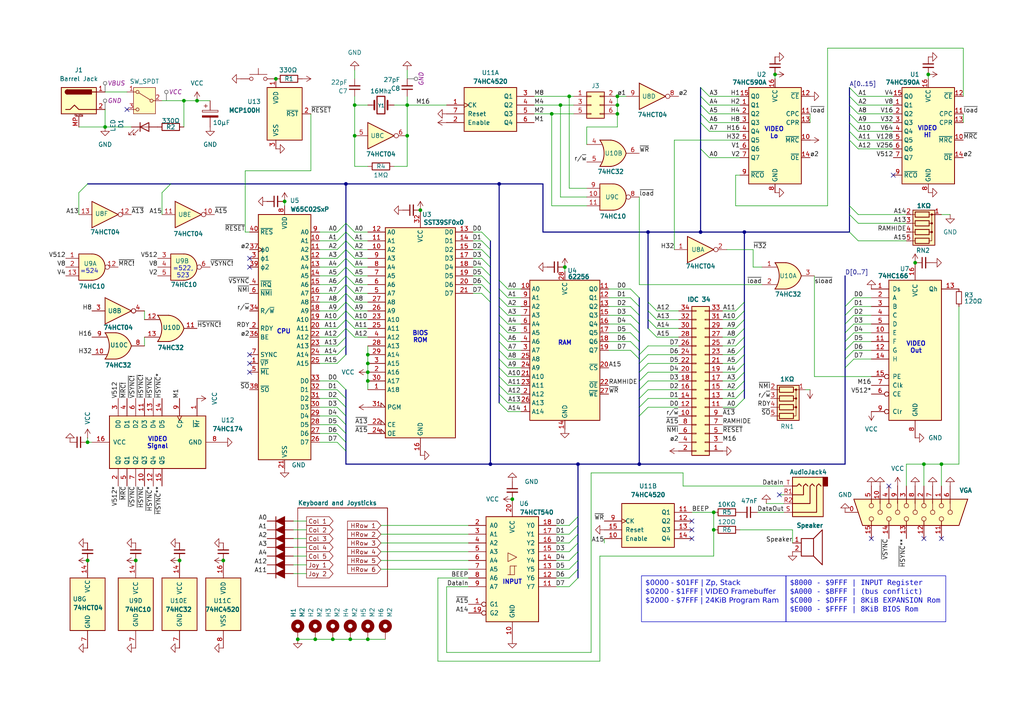
<source format=kicad_sch>
(kicad_sch (version 20250114) (generator "eeschema") (generator_version "9.0")
  (paper "A4")
  (title_block (title "MicroMicro") (date "2025-04-06") (rev "v2"))
  (text "VIDEO\nLo" (at 224.536 38.608 0) (effects (font (size 1.27 1.27) (thickness 0.254) (bold yes))))
  (text "=524" (at 25.908 78.74 0) (effects (font (size 1.27 1.27))))
  (text "BIOS\nROM" (at 121.92 97.79 0) (effects (font (size 1.27 1.27) (thickness 0.254) (bold yes))))
  (text "VIDEO\nSignal" (at 45.72 128.524 0) (effects (font (size 1.27 1.27) (thickness 0.254) (bold yes))))
  (text "=522,\n523" (at 53.086 78.994 0) (effects (font (size 1.27 1.27))))
  (text "INPUT\n" (at 148.59 168.91 0) (effects (font (size 1.27 1.27) (thickness 0.254) (bold yes))))
  (text "RAM" (at 163.83 99.568 0) (effects (font (size 1.27 1.27) (thickness 0.254) (bold yes))))
  (text "VIDEO\nOut" (at 265.684 100.838 0) (effects (font (size 1.27 1.27) (thickness 0.254) (bold yes))))
  (text "VIDEO\nHi" (at 268.986 38.354 0) (effects (font (size 1.27 1.27) (thickness 0.254) (bold yes))))
  (text "CPU" (at 82.296 96.266 0) (effects (font (size 1.27 1.27) (thickness 0.254) (bold yes))))
  (text_box "$8000 - $9FFF | INPUT Register\n$A000 - $BFFF | (bus conflict)\n$C000 - $DFFF | 8KiB EXPANSION Rom\n$E000 - $FFFF | 8KiB BIOS Rom" (at 227.965 167.005 0) (size 46.355 13.335) (margins 1.143 1.143 1.143 1.143) (effects (font (size 1.524 1.524)) (justify left top)))
  (text_box "$0000 - $01FF | Zp, Stack\n$0200 - $1FFF | VIDEO Framebuffer\n$2000 - $7FFF | 24KiB Program Ram" (at 186.055 167.005 0) (size 41.91 13.335) (margins 1.143 1.143 1.143 1.143) (effects (font (size 1.524 1.524)) (justify left top)))
  (junction (at 91.44 185.42))
  (junction (at 179.07 33.02))
  (junction (at 39.37 162.56))
  (junction (at 106.68 185.42))
  (junction (at 121.92 60.96))
  (junction (at 179.07 27.94))
  (junction (at 102.87 30.48))
  (junction (at 207.01 148.59))
  (junction (at 165.1 27.94))
  (junction (at 102.87 39.37))
  (junction (at 57.15 29.21))
  (junction (at 118.11 30.48))
  (junction (at 162.56 30.48))
  (junction (at 167.64 134.62))
  (junction (at 101.6 185.42))
  (junction (at 267.97 134.62))
  (junction (at 82.55 58.42))
  (junction (at 265.43 76.2))
  (junction (at 148.59 144.78))
  (junction (at 80.01 22.86))
  (junction (at 185.42 134.62))
  (junction (at 100.33 53.34))
  (junction (at 106.68 102.87))
  (junction (at 273.05 134.62))
  (junction (at 25.4 162.56))
  (junction (at 52.07 162.56))
  (junction (at 86.36 185.42))
  (junction (at 106.68 105.41))
  (junction (at 106.68 107.95))
  (junction (at 30.48 36.83))
  (junction (at 160.02 33.02))
  (junction (at 144.78 53.34))
  (junction (at 25.4 128.27))
  (junction (at 187.96 67.31))
  (junction (at 179.07 30.48))
  (junction (at 53.34 29.21))
  (junction (at 96.52 185.42))
  (junction (at 163.83 77.47))
  (junction (at 64.77 162.56))
  (junction (at 106.68 110.49))
  (junction (at 224.79 21.59))
  (junction (at 269.24 21.59))
  (junction (at 207.01 153.67))
  (junction (at 142.24 134.62))
  (junction (at 203.2 67.31))
  (junction (at 215.9 67.31))
  (junction (at 118.11 39.37))
  (no_connect (at 72.39 77.47))
  (no_connect (at 259.08 50.8))
  (no_connect (at 72.39 102.87))
  (no_connect (at 72.39 107.95))
  (no_connect (at 36.83 31.75))
  (no_connect (at 252.73 156.21))
  (no_connect (at 200.66 151.13))
  (no_connect (at 72.39 74.93))
  (no_connect (at 267.97 156.21))
  (no_connect (at 257.81 140.97))
  (no_connect (at 200.66 156.21))
  (no_connect (at 273.05 156.21))
  (no_connect (at 226.06 143.51))
  (no_connect (at 72.39 105.41))
  (no_connect (at 200.66 153.67))
  (bus_entry (at 102.87 67.31) (size -2.54 -2.54))
  (bus_entry (at 97.79 128.27) (size 2.54 2.54))
  (bus_entry (at 167.64 152.4) (size -2.54 2.54))
  (bus_entry (at 248.92 38.1) (size -2.54 -2.54))
  (bus_entry (at 147.32 109.22) (size -2.54 -2.54))
  (bus_entry (at 187.96 115.57) (size -2.54 2.54))
  (bus_entry (at 97.79 115.57) (size 2.54 2.54))
  (bus_entry (at 245.11 96.52) (size 2.54 -2.54))
  (bus_entry (at 97.79 69.85) (size 2.54 -2.54))
  (bus_entry (at 102.87 69.85) (size -2.54 -2.54))
  (bus_entry (at 205.74 30.48) (size -2.54 -2.54))
  (bus_entry (at 167.64 149.86) (size -2.54 2.54))
  (bus_entry (at 245.11 106.68) (size 2.54 -2.54))
  (bus_entry (at 97.79 72.39) (size 2.54 -2.54))
  (bus_entry (at 182.88 86.36) (size 2.54 2.54))
  (bus_entry (at 248.92 30.48) (size -2.54 -2.54))
  (bus_entry (at 102.87 87.63) (size -2.54 -2.54))
  (bus_entry (at 187.96 113.03) (size -2.54 2.54))
  (bus_entry (at 215.9 110.49) (size -2.54 2.54))
  (bus_entry (at 187.96 100.33) (size -2.54 2.54))
  (bus_entry (at 102.87 92.71) (size -2.54 -2.54))
  (bus_entry (at 139.7 67.31) (size 2.54 2.54))
  (bus_entry (at 139.7 74.93) (size 2.54 2.54))
  (bus_entry (at 245.11 99.06) (size 2.54 -2.54))
  (bus_entry (at 190.5 92.71) (size -2.54 -2.54))
  (bus_entry (at 97.79 82.55) (size 2.54 -2.54))
  (bus_entry (at 245.11 104.14) (size 2.54 -2.54))
  (bus_entry (at 187.96 110.49) (size -2.54 2.54))
  (bus_entry (at 22.86 55.88) (size 2.54 -2.54))
  (bus_entry (at 167.64 162.56) (size -2.54 2.54))
  (bus_entry (at 190.5 90.17) (size -2.54 -2.54))
  (bus_entry (at 182.88 101.6) (size 2.54 2.54))
  (bus_entry (at 147.32 106.68) (size -2.54 -2.54))
  (bus_entry (at 215.9 105.41) (size -2.54 2.54))
  (bus_entry (at 190.5 95.25) (size -2.54 -2.54))
  (bus_entry (at 167.64 167.64) (size -2.54 2.54))
  (bus_entry (at 167.64 157.48) (size -2.54 2.54))
  (bus_entry (at 182.88 83.82) (size 2.54 2.54))
  (bus_entry (at 215.9 92.71) (size -2.54 2.54))
  (bus_entry (at 147.32 116.84) (size -2.54 -2.54))
  (bus_entry (at 97.79 125.73) (size 2.54 2.54))
  (bus_entry (at 97.79 100.33) (size 2.54 -2.54))
  (bus_entry (at 205.74 45.72) (size -2.54 -2.54))
  (bus_entry (at 147.32 111.76) (size -2.54 -2.54))
  (bus_entry (at 147.32 86.36) (size -2.54 -2.54))
  (bus_entry (at 182.88 96.52) (size 2.54 2.54))
  (bus_entry (at 248.92 33.02) (size -2.54 -2.54))
  (bus_entry (at 46.99 55.88) (size 2.54 -2.54))
  (bus_entry (at 215.9 90.17) (size -2.54 2.54))
  (bus_entry (at 139.7 77.47) (size 2.54 2.54))
  (bus_entry (at 205.74 27.94) (size -2.54 -2.54))
  (bus_entry (at 187.96 118.11) (size -2.54 2.54))
  (bus_entry (at 205.74 35.56) (size -2.54 -2.54))
  (bus_entry (at 97.79 67.31) (size 2.54 -2.54))
  (bus_entry (at 97.79 123.19) (size 2.54 2.54))
  (bus_entry (at 97.79 90.17) (size 2.54 -2.54))
  (bus_entry (at 248.92 40.64) (size -2.54 -2.54))
  (bus_entry (at 102.87 82.55) (size -2.54 -2.54))
  (bus_entry (at 182.88 88.9) (size 2.54 2.54))
  (bus_entry (at 139.7 69.85) (size 2.54 2.54))
  (bus_entry (at 102.87 77.47) (size -2.54 -2.54))
  (bus_entry (at 97.79 105.41) (size 2.54 -2.54))
  (bus_entry (at 97.79 85.09) (size 2.54 -2.54))
  (bus_entry (at 139.7 82.55) (size 2.54 2.54))
  (bus_entry (at 97.79 77.47) (size 2.54 -2.54))
  (bus_entry (at 248.92 64.77) (size -2.54 -2.54))
  (bus_entry (at 147.32 91.44) (size -2.54 -2.54))
  (bus_entry (at 215.9 107.95) (size -2.54 2.54))
  (bus_entry (at 97.79 95.25) (size 2.54 -2.54))
  (bus_entry (at 248.92 69.85) (size -2.54 -2.54))
  (bus_entry (at 215.9 113.03) (size -2.54 2.54))
  (bus_entry (at 102.87 74.93) (size -2.54 -2.54))
  (bus_entry (at 167.64 160.02) (size -2.54 2.54))
  (bus_entry (at 102.87 90.17) (size -2.54 -2.54))
  (bus_entry (at 187.96 105.41) (size -2.54 2.54))
  (bus_entry (at 167.64 154.94) (size -2.54 2.54))
  (bus_entry (at 245.11 93.98) (size 2.54 -2.54))
  (bus_entry (at 190.5 97.79) (size -2.54 -2.54))
  (bus_entry (at 102.87 85.09) (size -2.54 -2.54))
  (bus_entry (at 147.32 101.6) (size -2.54 -2.54))
  (bus_entry (at 187.96 102.87) (size -2.54 2.54))
  (bus_entry (at 147.32 96.52) (size -2.54 -2.54))
  (bus_entry (at 215.9 87.63) (size -2.54 2.54))
  (bus_entry (at 182.88 93.98) (size 2.54 2.54))
  (bus_entry (at 97.79 118.11) (size 2.54 2.54))
  (bus_entry (at 248.92 62.23) (size -2.54 -2.54))
  (bus_entry (at 147.32 83.82) (size -2.54 -2.54))
  (bus_entry (at 215.9 100.33) (size -2.54 2.54))
  (bus_entry (at 97.79 87.63) (size 2.54 -2.54))
  (bus_entry (at 147.32 119.38) (size -2.54 -2.54))
  (bus_entry (at 102.87 95.25) (size -2.54 -2.54))
  (bus_entry (at 182.88 99.06) (size 2.54 2.54))
  (bus_entry (at 215.9 102.87) (size -2.54 2.54))
  (bus_entry (at 248.92 35.56) (size -2.54 -2.54))
  (bus_entry (at 147.32 104.14) (size -2.54 -2.54))
  (bus_entry (at 97.79 110.49) (size 2.54 2.54))
  (bus_entry (at 215.9 115.57) (size -2.54 2.54))
  (bus_entry (at 248.92 27.94) (size -2.54 -2.54))
  (bus_entry (at 97.79 80.01) (size 2.54 -2.54))
  (bus_entry (at 139.7 80.01) (size 2.54 2.54))
  (bus_entry (at 102.87 97.79) (size -2.54 -2.54))
  (bus_entry (at 97.79 74.93) (size 2.54 -2.54))
  (bus_entry (at 245.11 101.6) (size 2.54 -2.54))
  (bus_entry (at 102.87 72.39) (size -2.54 -2.54))
  (bus_entry (at 97.79 97.79) (size 2.54 -2.54))
  (bus_entry (at 147.32 93.98) (size -2.54 -2.54))
  (bus_entry (at 215.9 95.25) (size -2.54 2.54))
  (bus_entry (at 187.96 107.95) (size -2.54 2.54))
  (bus_entry (at 182.88 91.44) (size 2.54 2.54))
  (bus_entry (at 147.32 99.06) (size -2.54 -2.54))
  (bus_entry (at 97.79 92.71) (size 2.54 -2.54))
  (bus_entry (at 245.11 88.9) (size 2.54 -2.54))
  (bus_entry (at 139.7 85.09) (size 2.54 2.54))
  (bus_entry (at 205.74 38.1) (size -2.54 -2.54))
  (bus_entry (at 97.79 113.03) (size 2.54 2.54))
  (bus_entry (at 167.64 165.1) (size -2.54 2.54))
  (bus_entry (at 248.92 43.18) (size -2.54 -2.54))
  (bus_entry (at 245.11 91.44) (size 2.54 -2.54))
  (bus_entry (at 139.7 72.39) (size 2.54 2.54))
  (bus_entry (at 97.79 120.65) (size 2.54 2.54))
  (bus_entry (at 97.79 102.87) (size 2.54 -2.54))
  (bus_entry (at 205.74 33.02) (size -2.54 -2.54))
  (bus_entry (at 215.9 97.79) (size -2.54 2.54))
  (bus_entry (at 102.87 80.01) (size -2.54 -2.54))
  (bus_entry (at 147.32 114.3) (size -2.54 -2.54))
  (bus_entry (at 147.32 88.9) (size -2.54 -2.54))
  (wire (pts (xy 190.5 90.17) (xy 196.85 90.17)))
  (wire (pts (xy 137.16 74.93) (xy 139.7 74.93)))
  (wire (pts (xy 179.07 27.94) (xy 179.07 30.48)))
  (wire (pts (xy 248.92 35.56) (xy 259.08 35.56)))
  (bus (pts (xy 215.9 92.71) (xy 215.9 95.25)))
  (bus (pts (xy 144.78 86.36) (xy 144.78 88.9)))
  (wire (pts (xy 190.5 97.79) (xy 196.85 97.79)))
  (wire (pts (xy 161.29 160.02) (xy 165.1 160.02)))
  (bus (pts (xy 245.11 106.68) (xy 245.11 134.62)))
  (wire (pts (xy 224.79 21.59) (xy 224.79 22.86)))
  (wire (pts (xy 182.88 96.52) (xy 176.53 96.52)))
  (wire (pts (xy 147.32 96.52) (xy 151.13 96.52)))
  (bus (pts (xy 100.33 85.09) (xy 100.33 87.63)))
  (bus (pts (xy 185.42 91.44) (xy 185.42 93.98)))
  (wire (pts (xy 198.12 137.16) (xy 171.45 137.16)))
  (wire (pts (xy 240.03 59.69) (xy 240.03 13.97)))
  (bus (pts (xy 187.96 67.31) (xy 203.2 67.31)))
  (wire (pts (xy 88.9 163.83) (xy 85.09 163.83)))
  (wire (pts (xy 160.02 33.02) (xy 166.37 33.02)))
  (wire (pts (xy 147.32 109.22) (xy 151.13 109.22)))
  (wire (pts (xy 248.92 27.94) (xy 259.08 27.94)))
  (bus (pts (xy 245.11 88.9) (xy 245.11 91.44)))
  (wire (pts (xy 96.52 185.42) (xy 101.6 185.42)))
  (bus (pts (xy 100.33 90.17) (xy 100.33 92.71)))
  (wire (pts (xy 226.06 143.51) (xy 227.33 143.51)))
  (wire (pts (xy 179.07 36.83) (xy 179.07 33.02)))
  (wire (pts (xy 114.3 30.48) (xy 118.11 30.48)))
  (wire (pts (xy 102.87 77.47) (xy 106.68 77.47)))
  (wire (pts (xy 171.45 189.23) (xy 129.54 189.23)))
  (wire (pts (xy 106.68 110.49) (xy 106.68 113.03)))
  (wire (pts (xy 248.92 69.85) (xy 262.89 69.85)))
  (wire (pts (xy 207.01 161.29) (xy 207.01 153.67)))
  (bus (pts (xy 144.78 99.06) (xy 144.78 101.6)))
  (wire (pts (xy 147.32 106.68) (xy 151.13 106.68)))
  (wire (pts (xy 147.32 91.44) (xy 151.13 91.44)))
  (wire (pts (xy 127 167.64) (xy 127 191.77)))
  (bus (pts (xy 187.96 87.63) (xy 187.96 90.17)))
  (bus (pts (xy 246.38 59.69) (xy 246.38 62.23)))
  (wire (pts (xy 213.36 115.57) (xy 209.55 115.57)))
  (bus (pts (xy 100.33 134.62) (xy 142.24 134.62)))
  (wire (pts (xy 137.16 67.31) (xy 139.7 67.31)))
  (wire (pts (xy 97.79 125.73) (xy 92.71 125.73)))
  (wire (pts (xy 88.9 153.67) (xy 85.09 153.67)))
  (wire (pts (xy 214.63 50.8) (xy 213.36 50.8)))
  (wire (pts (xy 165.1 167.64) (xy 161.29 167.64)))
  (bus (pts (xy 185.42 88.9) (xy 185.42 91.44)))
  (wire (pts (xy 101.6 185.42) (xy 106.68 185.42)))
  (bus (pts (xy 245.11 96.52) (xy 245.11 99.06)))
  (bus (pts (xy 142.24 80.01) (xy 142.24 82.55)))
  (wire (pts (xy 147.32 88.9) (xy 151.13 88.9)))
  (wire (pts (xy 187.96 107.95) (xy 196.85 107.95)))
  (wire (pts (xy 207.01 148.59) (xy 200.66 148.59)))
  (wire (pts (xy 229.87 153.67) (xy 214.63 153.67)))
  (wire (pts (xy 97.79 77.47) (xy 92.71 77.47)))
  (wire (pts (xy 234.95 113.03) (xy 233.68 113.03)))
  (wire (pts (xy 88.9 158.75) (xy 85.09 158.75)))
  (wire (pts (xy 90.17 33.02) (xy 90.17 49.53)))
  (wire (pts (xy 165.1 27.94) (xy 165.1 54.61)))
  (wire (pts (xy 165.1 157.48) (xy 161.29 157.48)))
  (wire (pts (xy 205.74 35.56) (xy 214.63 35.56)))
  (bus (pts (xy 100.33 69.85) (xy 100.33 72.39)))
  (bus (pts (xy 100.33 123.19) (xy 100.33 125.73)))
  (bus (pts (xy 144.78 53.34) (xy 144.78 81.28)))
  (wire (pts (xy 22.86 55.88) (xy 22.86 62.23)))
  (bus (pts (xy 142.24 74.93) (xy 142.24 77.47)))
  (wire (pts (xy 102.87 97.79) (xy 106.68 97.79)))
  (bus (pts (xy 185.42 86.36) (xy 185.42 88.9)))
  (wire (pts (xy 137.16 69.85) (xy 139.7 69.85)))
  (wire (pts (xy 236.22 80.01) (xy 236.22 109.22)))
  (wire (pts (xy 185.42 82.55) (xy 185.42 57.15)))
  (wire (pts (xy 187.96 110.49) (xy 196.85 110.49)))
  (bus (pts (xy 187.96 92.71) (xy 187.96 95.25)))
  (wire (pts (xy 205.74 33.02) (xy 214.63 33.02)))
  (bus (pts (xy 167.64 162.56) (xy 167.64 165.1)))
  (bus (pts (xy 157.48 53.34) (xy 144.78 53.34)))
  (bus (pts (xy 167.64 152.4) (xy 167.64 154.94)))
  (wire (pts (xy 179.07 30.48) (xy 179.07 33.02)))
  (bus (pts (xy 185.42 99.06) (xy 185.42 101.6)))
  (wire (pts (xy 137.16 82.55) (xy 139.7 82.55)))
  (bus (pts (xy 100.33 74.93) (xy 100.33 77.47)))
  (bus (pts (xy 142.24 87.63) (xy 142.24 134.62)))
  (bus (pts (xy 185.42 134.62) (xy 245.11 134.62)))
  (wire (pts (xy 97.79 82.55) (xy 92.71 82.55)))
  (wire (pts (xy 41.91 90.17) (xy 41.91 92.71)))
  (bus (pts (xy 100.33 125.73) (xy 100.33 128.27)))
  (bus (pts (xy 167.64 134.62) (xy 185.42 134.62)))
  (wire (pts (xy 97.79 97.79) (xy 92.71 97.79)))
  (wire (pts (xy 118.11 48.26) (xy 114.3 48.26)))
  (wire (pts (xy 102.87 30.48) (xy 106.68 30.48)))
  (wire (pts (xy 187.96 113.03) (xy 196.85 113.03)))
  (wire (pts (xy 248.92 62.23) (xy 262.89 62.23)))
  (bus (pts (xy 246.38 35.56) (xy 246.38 38.1)))
  (wire (pts (xy 165.1 170.18) (xy 161.29 170.18)))
  (wire (pts (xy 170.18 57.15) (xy 162.56 57.15)))
  (bus (pts (xy 144.78 111.76) (xy 144.78 114.3)))
  (wire (pts (xy 207.01 148.59) (xy 207.01 153.67)))
  (wire (pts (xy 187.96 100.33) (xy 196.85 100.33)))
  (bus (pts (xy 49.53 53.34) (xy 100.33 53.34)))
  (wire (pts (xy 161.29 154.94) (xy 165.1 154.94)))
  (bus (pts (xy 157.48 67.31) (xy 157.48 53.34)))
  (bus (pts (xy 215.9 67.31) (xy 215.9 87.63)))
  (wire (pts (xy 110.49 160.02) (xy 135.89 160.02)))
  (bus (pts (xy 144.78 53.34) (xy 100.33 53.34)))
  (wire (pts (xy 88.9 151.13) (xy 85.09 151.13)))
  (wire (pts (xy 102.87 30.48) (xy 102.87 39.37)))
  (bus (pts (xy 167.64 160.02) (xy 167.64 162.56)))
  (wire (pts (xy 147.32 101.6) (xy 151.13 101.6)))
  (wire (pts (xy 213.36 105.41) (xy 209.55 105.41)))
  (bus (pts (xy 100.33 82.55) (xy 100.33 85.09)))
  (wire (pts (xy 97.79 105.41) (xy 92.71 105.41)))
  (bus (pts (xy 167.64 149.86) (xy 167.64 152.4)))
  (bus (pts (xy 215.9 97.79) (xy 215.9 100.33)))
  (wire (pts (xy 205.74 30.48) (xy 214.63 30.48)))
  (wire (pts (xy 247.65 91.44) (xy 252.73 91.44)))
  (wire (pts (xy 248.92 43.18) (xy 259.08 43.18)))
  (wire (pts (xy 171.45 137.16) (xy 171.45 189.23)))
  (bus (pts (xy 100.33 130.81) (xy 100.33 134.62)))
  (wire (pts (xy 213.36 113.03) (xy 209.55 113.03)))
  (wire (pts (xy 147.32 104.14) (xy 151.13 104.14)))
  (bus (pts (xy 100.33 53.34) (xy 100.33 64.77)))
  (wire (pts (xy 90.17 49.53) (xy 71.12 49.53)))
  (wire (pts (xy 106.68 102.87) (xy 106.68 105.41)))
  (wire (pts (xy 97.79 74.93) (xy 92.71 74.93)))
  (wire (pts (xy 135.89 167.64) (xy 127 167.64)))
  (wire (pts (xy 187.96 105.41) (xy 196.85 105.41)))
  (wire (pts (xy 198.12 140.97) (xy 227.33 140.97)))
  (wire (pts (xy 162.56 57.15) (xy 162.56 30.48)))
  (bus (pts (xy 246.38 25.4) (xy 246.38 27.94)))
  (wire (pts (xy 267.97 134.62) (xy 273.05 134.62)))
  (bus (pts (xy 100.33 120.65) (xy 100.33 123.19)))
  (bus (pts (xy 100.33 92.71) (xy 100.33 95.25)))
  (bus (pts (xy 245.11 101.6) (xy 245.11 104.14)))
  (wire (pts (xy 247.65 101.6) (xy 252.73 101.6)))
  (wire (pts (xy 106.68 105.41) (xy 106.68 107.95)))
  (wire (pts (xy 106.68 185.42) (xy 111.76 185.42)))
  (bus (pts (xy 167.64 157.48) (xy 167.64 160.02)))
  (wire (pts (xy 195.58 72.39) (xy 195.58 40.64)))
  (wire (pts (xy 218.44 72.39) (xy 210.82 72.39)))
  (bus (pts (xy 203.2 35.56) (xy 203.2 43.18)))
  (wire (pts (xy 154.94 30.48) (xy 162.56 30.48)))
  (bus (pts (xy 100.33 67.31) (xy 100.33 69.85)))
  (bus (pts (xy 187.96 67.31) (xy 187.96 87.63)))
  (bus (pts (xy 100.33 118.11) (xy 100.33 120.65)))
  (wire (pts (xy 269.24 21.59) (xy 269.24 22.86)))
  (bus (pts (xy 246.38 33.02) (xy 246.38 35.56)))
  (bus (pts (xy 144.78 104.14) (xy 144.78 106.68)))
  (bus (pts (xy 185.42 105.41) (xy 185.42 107.95)))
  (wire (pts (xy 97.79 113.03) (xy 92.71 113.03)))
  (wire (pts (xy 185.42 82.55) (xy 220.98 82.55)))
  (bus (pts (xy 245.11 104.14) (xy 245.11 106.68)))
  (wire (pts (xy 170.18 36.83) (xy 179.07 36.83)))
  (wire (pts (xy 147.32 116.84) (xy 151.13 116.84)))
  (wire (pts (xy 53.34 29.21) (xy 53.34 36.83)))
  (wire (pts (xy 102.87 80.01) (xy 106.68 80.01)))
  (wire (pts (xy 165.1 27.94) (xy 166.37 27.94)))
  (wire (pts (xy 97.79 90.17) (xy 92.71 90.17)))
  (bus (pts (xy 144.78 101.6) (xy 144.78 104.14)))
  (wire (pts (xy 102.87 67.31) (xy 106.68 67.31)))
  (bus (pts (xy 142.24 77.47) (xy 142.24 80.01)))
  (wire (pts (xy 247.65 88.9) (xy 252.73 88.9)))
  (bus (pts (xy 215.9 102.87) (xy 215.9 105.41)))
  (wire (pts (xy 222.25 146.05) (xy 227.33 146.05)))
  (wire (pts (xy 102.87 92.71) (xy 106.68 92.71)))
  (wire (pts (xy 162.56 30.48) (xy 166.37 30.48)))
  (wire (pts (xy 88.9 156.21) (xy 85.09 156.21)))
  (wire (pts (xy 247.65 104.14) (xy 252.73 104.14)))
  (wire (pts (xy 154.94 33.02) (xy 160.02 33.02)))
  (wire (pts (xy 213.36 95.25) (xy 209.55 95.25)))
  (wire (pts (xy 176.53 101.6) (xy 182.88 101.6)))
  (wire (pts (xy 182.88 86.36) (xy 176.53 86.36)))
  (wire (pts (xy 102.87 90.17) (xy 106.68 90.17)))
  (bus (pts (xy 215.9 90.17) (xy 215.9 92.71)))
  (bus (pts (xy 245.11 91.44) (xy 245.11 93.98)))
  (wire (pts (xy 71.12 67.31) (xy 72.39 67.31)))
  (wire (pts (xy 97.79 69.85) (xy 92.71 69.85)))
  (wire (pts (xy 106.68 107.95) (xy 106.68 110.49)))
  (wire (pts (xy 92.71 128.27) (xy 97.79 128.27)))
  (bus (pts (xy 215.9 105.41) (xy 215.9 107.95)))
  (wire (pts (xy 154.94 27.94) (xy 165.1 27.94)))
  (wire (pts (xy 102.87 27.94) (xy 102.87 30.48)))
  (wire (pts (xy 137.16 77.47) (xy 139.7 77.47)))
  (wire (pts (xy 165.1 54.61) (xy 170.18 54.61)))
  (wire (pts (xy 46.99 29.21) (xy 53.34 29.21)))
  (wire (pts (xy 205.74 38.1) (xy 214.63 38.1)))
  (bus (pts (xy 215.9 110.49) (xy 215.9 113.03)))
  (wire (pts (xy 88.9 161.29) (xy 85.09 161.29)))
  (wire (pts (xy 267.97 134.62) (xy 267.97 140.97)))
  (wire (pts (xy 219.71 148.59) (xy 227.33 148.59)))
  (wire (pts (xy 118.11 39.37) (xy 118.11 48.26)))
  (wire (pts (xy 248.92 33.02) (xy 259.08 33.02)))
  (bus (pts (xy 215.9 107.95) (xy 215.9 110.49)))
  (wire (pts (xy 179.07 27.94) (xy 181.61 27.94)))
  (wire (pts (xy 213.36 110.49) (xy 209.55 110.49)))
  (wire (pts (xy 275.59 62.23) (xy 273.05 62.23)))
  (wire (pts (xy 205.74 45.72) (xy 214.63 45.72)))
  (wire (pts (xy 110.49 165.1) (xy 135.89 165.1)))
  (wire (pts (xy 102.87 95.25) (xy 106.68 95.25)))
  (bus (pts (xy 144.78 109.22) (xy 144.78 111.76)))
  (bus (pts (xy 215.9 87.63) (xy 215.9 90.17)))
  (wire (pts (xy 86.36 185.42) (xy 91.44 185.42)))
  (wire (pts (xy 102.87 39.37) (xy 102.87 48.26)))
  (wire (pts (xy 247.65 96.52) (xy 252.73 96.52)))
  (wire (pts (xy 170.18 59.69) (xy 160.02 59.69)))
  (wire (pts (xy 165.1 165.1) (xy 161.29 165.1)))
  (bus (pts (xy 167.64 165.1) (xy 167.64 167.64)))
  (wire (pts (xy 279.4 13.97) (xy 279.4 27.94)))
  (wire (pts (xy 147.32 83.82) (xy 151.13 83.82)))
  (wire (pts (xy 110.49 154.94) (xy 135.89 154.94)))
  (wire (pts (xy 118.11 30.48) (xy 129.54 30.48)))
  (wire (pts (xy 110.49 157.48) (xy 135.89 157.48)))
  (wire (pts (xy 273.05 134.62) (xy 278.13 134.62)))
  (wire (pts (xy 22.86 36.83) (xy 30.48 36.83)))
  (wire (pts (xy 182.88 99.06) (xy 176.53 99.06)))
  (wire (pts (xy 97.79 95.25) (xy 92.71 95.25)))
  (wire (pts (xy 240.03 13.97) (xy 279.4 13.97)))
  (wire (pts (xy 175.26 157.48) (xy 175.26 156.21)))
  (wire (pts (xy 102.87 87.63) (xy 106.68 87.63)))
  (wire (pts (xy 247.65 86.36) (xy 252.73 86.36)))
  (wire (pts (xy 182.88 88.9) (xy 176.53 88.9)))
  (wire (pts (xy 160.02 33.02) (xy 160.02 59.69)))
  (bus (pts (xy 144.78 114.3) (xy 144.78 116.84)))
  (wire (pts (xy 97.79 118.11) (xy 92.71 118.11)))
  (bus (pts (xy 100.33 95.25) (xy 100.33 97.79)))
  (wire (pts (xy 137.16 85.09) (xy 139.7 85.09)))
  (wire (pts (xy 173.99 161.29) (xy 207.01 161.29)))
  (wire (pts (xy 118.11 30.48) (xy 118.11 39.37)))
  (bus (pts (xy 215.9 100.33) (xy 215.9 102.87)))
  (wire (pts (xy 30.48 36.83) (xy 30.48 31.75)))
  (wire (pts (xy 173.99 191.77) (xy 173.99 161.29)))
  (wire (pts (xy 53.34 29.21) (xy 57.15 29.21)))
  (wire (pts (xy 147.32 86.36) (xy 151.13 86.36)))
  (wire (pts (xy 190.5 92.71) (xy 196.85 92.71)))
  (wire (pts (xy 163.83 77.47) (xy 163.83 78.74)))
  (bus (pts (xy 100.33 87.63) (xy 100.33 90.17)))
  (bus (pts (xy 100.33 80.01) (xy 100.33 82.55)))
  (wire (pts (xy 247.65 93.98) (xy 252.73 93.98)))
  (wire (pts (xy 97.79 85.09) (xy 92.71 85.09)))
  (wire (pts (xy 248.92 64.77) (xy 262.89 64.77)))
  (wire (pts (xy 88.9 166.37) (xy 85.09 166.37)))
  (bus (pts (xy 142.24 72.39) (xy 142.24 74.93)))
  (wire (pts (xy 213.36 102.87) (xy 209.55 102.87)))
  (wire (pts (xy 205.74 27.94) (xy 214.63 27.94)))
  (bus (pts (xy 185.42 118.11) (xy 185.42 120.65)))
  (wire (pts (xy 118.11 20.32) (xy 118.11 22.86)))
  (wire (pts (xy 161.29 152.4) (xy 165.1 152.4)))
  (bus (pts (xy 246.38 27.94) (xy 246.38 30.48)))
  (bus (pts (xy 245.11 80.01) (xy 245.11 88.9)))
  (wire (pts (xy 30.48 36.83) (xy 38.1 36.83)))
  (wire (pts (xy 147.32 93.98) (xy 151.13 93.98)))
  (wire (pts (xy 30.48 26.67) (xy 36.83 26.67)))
  (bus (pts (xy 142.24 82.55) (xy 142.24 85.09)))
  (wire (pts (xy 187.96 115.57) (xy 196.85 115.57)))
  (wire (pts (xy 147.32 114.3) (xy 151.13 114.3)))
  (wire (pts (xy 97.79 102.87) (xy 92.71 102.87)))
  (bus (pts (xy 215.9 95.25) (xy 215.9 97.79)))
  (wire (pts (xy 247.65 99.06) (xy 252.73 99.06)))
  (wire (pts (xy 102.87 82.55) (xy 106.68 82.55)))
  (wire (pts (xy 106.68 48.26) (xy 102.87 48.26)))
  (wire (pts (xy 129.54 170.18) (xy 135.89 170.18)))
  (bus (pts (xy 185.42 107.95) (xy 185.42 110.49)))
  (wire (pts (xy 147.32 99.06) (xy 151.13 99.06)))
  (wire (pts (xy 278.13 88.9) (xy 278.13 134.62)))
  (bus (pts (xy 100.33 100.33) (xy 100.33 102.87)))
  (bus (pts (xy 185.42 120.65) (xy 185.42 134.62)))
  (wire (pts (xy 110.49 152.4) (xy 135.89 152.4)))
  (wire (pts (xy 236.22 109.22) (xy 252.73 109.22)))
  (wire (pts (xy 102.87 69.85) (xy 106.68 69.85)))
  (wire (pts (xy 102.87 74.93) (xy 106.68 74.93)))
  (wire (pts (xy 137.16 80.01) (xy 139.7 80.01)))
  (bus (pts (xy 203.2 30.48) (xy 203.2 33.02)))
  (bus (pts (xy 100.33 97.79) (xy 100.33 100.33)))
  (bus (pts (xy 185.42 110.49) (xy 185.42 113.03)))
  (wire (pts (xy 213.36 97.79) (xy 209.55 97.79)))
  (wire (pts (xy 213.36 118.11) (xy 209.55 118.11)))
  (bus (pts (xy 203.2 27.94) (xy 203.2 30.48)))
  (bus (pts (xy 144.78 88.9) (xy 144.78 91.44)))
  (wire (pts (xy 213.36 107.95) (xy 209.55 107.95)))
  (bus (pts (xy 100.33 64.77) (xy 100.33 67.31)))
  (wire (pts (xy 129.54 189.23) (xy 129.54 170.18)))
  (wire (pts (xy 97.79 72.39) (xy 92.71 72.39)))
  (bus (pts (xy 245.11 99.06) (xy 245.11 101.6)))
  (bus (pts (xy 203.2 43.18) (xy 203.2 67.31)))
  (wire (pts (xy 97.79 80.01) (xy 92.71 80.01)))
  (wire (pts (xy 234.95 33.02) (xy 234.95 35.56)))
  (wire (pts (xy 182.88 93.98) (xy 176.53 93.98)))
  (wire (pts (xy 187.96 102.87) (xy 196.85 102.87)))
  (wire (pts (xy 213.36 90.17) (xy 209.55 90.17)))
  (wire (pts (xy 213.36 59.69) (xy 240.03 59.69)))
  (wire (pts (xy 198.12 137.16) (xy 198.12 140.97)))
  (wire (pts (xy 71.12 49.53) (xy 71.12 67.31)))
  (bus (pts (xy 142.24 85.09) (xy 142.24 87.63)))
  (bus (pts (xy 246.38 62.23) (xy 246.38 67.31)))
  (bus (pts (xy 100.33 113.03) (xy 100.33 115.57)))
  (bus (pts (xy 185.42 102.87) (xy 185.42 104.14)))
  (wire (pts (xy 127 191.77) (xy 173.99 191.77)))
  (wire (pts (xy 82.55 58.42) (xy 82.55 59.69)))
  (bus (pts (xy 203.2 67.31) (xy 215.9 67.31)))
  (bus (pts (xy 203.2 33.02) (xy 203.2 35.56)))
  (wire (pts (xy 106.68 100.33) (xy 106.68 102.87)))
  (wire (pts (xy 46.99 55.88) (xy 46.99 62.23)))
  (bus (pts (xy 185.42 101.6) (xy 185.42 102.87)))
  (bus (pts (xy 144.78 81.28) (xy 144.78 83.82)))
  (wire (pts (xy 218.44 77.47) (xy 218.44 72.39)))
  (wire (pts (xy 248.92 40.64) (xy 259.08 40.64)))
  (bus (pts (xy 142.24 134.62) (xy 167.64 134.62)))
  (wire (pts (xy 102.87 72.39) (xy 106.68 72.39)))
  (wire (pts (xy 97.79 92.71) (xy 92.71 92.71)))
  (bus (pts (xy 185.42 96.52) (xy 185.42 99.06)))
  (bus (pts (xy 100.33 77.47) (xy 100.33 80.01)))
  (wire (pts (xy 248.92 30.48) (xy 259.08 30.48)))
  (bus (pts (xy 144.78 106.68) (xy 144.78 109.22)))
  (wire (pts (xy 182.88 91.44) (xy 176.53 91.44)))
  (bus (pts (xy 246.38 38.1) (xy 246.38 40.64)))
  (bus (pts (xy 167.64 154.94) (xy 167.64 157.48)))
  (bus (pts (xy 246.38 30.48) (xy 246.38 33.02)))
  (wire (pts (xy 190.5 95.25) (xy 196.85 95.25)))
  (wire (pts (xy 195.58 40.64) (xy 214.63 40.64)))
  (bus (pts (xy 185.42 115.57) (xy 185.42 118.11)))
  (bus (pts (xy 167.64 134.62) (xy 167.64 149.86)))
  (bus (pts (xy 185.42 113.03) (xy 185.42 115.57)))
  (wire (pts (xy 97.79 100.33) (xy 92.71 100.33)))
  (wire (pts (xy 147.32 111.76) (xy 151.13 111.76)))
  (wire (pts (xy 147.32 119.38) (xy 151.13 119.38)))
  (wire (pts (xy 213.36 92.71) (xy 209.55 92.71)))
  (bus (pts (xy 203.2 25.4) (xy 203.2 27.94)))
  (wire (pts (xy 97.79 123.19) (xy 92.71 123.19)))
  (wire (pts (xy 165.1 162.56) (xy 161.29 162.56)))
  (wire (pts (xy 97.79 67.31) (xy 92.71 67.31)))
  (wire (pts (xy 279.4 33.02) (xy 279.4 35.56)))
  (wire (pts (xy 273.05 134.62) (xy 273.05 140.97)))
  (bus (pts (xy 144.78 93.98) (xy 144.78 96.52)))
  (wire (pts (xy 248.92 38.1) (xy 259.08 38.1)))
  (bus (pts (xy 144.78 83.82) (xy 144.78 86.36)))
  (bus (pts (xy 215.9 67.31) (xy 246.38 67.31)))
  (bus (pts (xy 142.24 69.85) (xy 142.24 72.39)))
  (wire (pts (xy 41.91 97.79) (xy 41.91 100.33)))
  (bus (pts (xy 25.4 53.34) (xy 49.53 53.34)))
  (bus (pts (xy 157.48 67.31) (xy 187.96 67.31)))
  (wire (pts (xy 91.44 185.42) (xy 96.52 185.42)))
  (wire (pts (xy 25.4 128.27) (xy 25.4 127)))
  (bus (pts (xy 185.42 93.98) (xy 185.42 96.52)))
  (bus (pts (xy 246.38 40.64) (xy 246.38 59.69)))
  (wire (pts (xy 25.4 128.27) (xy 26.67 128.27)))
  (wire (pts (xy 102.87 85.09) (xy 106.68 85.09)))
  (wire (pts (xy 60.96 29.21) (xy 57.15 29.21)))
  (wire (pts (xy 97.79 87.63) (xy 92.71 87.63)))
  (wire (pts (xy 213.36 100.33) (xy 209.55 100.33)))
  (bus (pts (xy 100.33 128.27) (xy 100.33 130.81)))
  (wire (pts (xy 118.11 30.48) (xy 118.11 27.94)))
  (wire (pts (xy 213.36 50.8) (xy 213.36 59.69)))
  (wire (pts (xy 218.44 77.47) (xy 220.98 77.47)))
  (wire (pts (xy 110.49 162.56) (xy 135.89 162.56)))
  (wire (pts (xy 97.79 120.65) (xy 92.71 120.65)))
  (wire (pts (xy 176.53 83.82) (xy 182.88 83.82)))
  (bus (pts (xy 144.78 96.52) (xy 144.78 99.06)))
  (bus (pts (xy 185.42 104.14) (xy 185.42 105.41)))
  (wire (pts (xy 187.96 118.11) (xy 196.85 118.11)))
  (bus (pts (xy 100.33 115.57) (xy 100.33 118.11)))
  (wire (pts (xy 229.87 153.67) (xy 229.87 157.48)))
  (wire (pts (xy 137.16 72.39) (xy 139.7 72.39)))
  (bus (pts (xy 100.33 72.39) (xy 100.33 74.93)))
  (wire (pts (xy 170.18 41.91) (xy 170.18 36.83)))
  (bus (pts (xy 245.11 93.98) (xy 245.11 96.52)))
  (wire (pts (xy 97.79 110.49) (xy 92.71 110.49)))
  (wire (pts (xy 262.89 134.62) (xy 262.89 140.97)))
  (wire (pts (xy 97.79 115.57) (xy 92.71 115.57)))
  (wire (pts (xy 102.87 22.86) (xy 102.87 20.32)))
  (wire (pts (xy 262.89 134.62) (xy 267.97 134.62)))
  (bus (pts (xy 144.78 91.44) (xy 144.78 93.98)))
  (bus (pts (xy 187.96 90.17) (xy 187.96 92.71)))
  (bus (pts (xy 215.9 113.03) (xy 215.9 115.57)))
  (label "A14" (at 262.89 62.23 180))
  (label "A3" (at 102.87 74.93 0))
  (label "A11" (at 213.36 90.17 180))
  (label "A6" (at 205.74 35.56 0))
  (label "~{A15}" (at 106.68 125.73 180))
  (label "~{HSYNC}*" (at 46.99 115.57 90))
  (label "~{NMI}" (at 196.85 125.73 180))
  (label "D7" (at 139.7 85.09 180))
  (label "D5" (at 247.65 99.06 0))
  (label "~{NMI}" (at 223.52 113.03 180))
  (label "ø2" (at 72.39 72.39 180))
  (label "A4" (at 213.36 107.95 180))
  (label "V256" (at 259.08 43.18 180))
  (label "A9" (at 102.87 90.17 0))
  (label "A9" (at 147.32 106.68 0))
  (label "D1" (at 163.83 154.94 180))
  (label "A6" (at 102.87 82.55 0))
  (label "A8" (at 102.87 87.63 0))
  (label "D2" (at 247.65 91.44 0))
  (label "A4" (at 97.79 77.47 180))
  (label "A0" (at 97.79 67.31 180))
  (label "A3" (at 77.47 158.75 180))
  (label "~{sload}" (at 236.22 82.55 0))
  (label "~{A15}" (at 196.85 123.19 180))
  (label "A15" (at 262.89 69.85 180))
  (label "V8" (at 19.05 77.47 180))
  (label "A10" (at 147.32 109.22 0))
  (label "~{H32}" (at 218.44 72.39 0))
  (label "M16" (at 252.73 111.76 180))
  (label "D7" (at 97.79 128.27 180))
  (label "V128" (at 259.08 40.64 180))
  (label "~{WR}" (at 175.26 151.13 180))
  (label "A5" (at 205.74 33.02 0))
  (label "A2" (at 248.92 30.48 0))
  (label "~{HSYNC!}" (at 41.91 115.57 90))
  (label "A9" (at 97.79 90.17 180))
  (label "A13" (at 147.32 116.84 0))
  (label "D5" (at 163.83 165.1 180))
  (label "D3" (at 139.7 74.93 180))
  (label "A0" (at 205.74 45.72 0))
  (label "A3" (at 147.32 91.44 0))
  (label "D1" (at 181.61 86.36 180))
  (label "D3" (at 181.61 91.44 180))
  (label "A6" (at 147.32 99.06 0))
  (label "~{HSYNC}" (at 41.91 140.97 270))
  (label "~{SO}" (at 223.52 120.65 180))
  (label "~{load}" (at 220.98 82.55 180))
  (label "A10" (at 213.36 92.71 180))
  (label "D[0..7]" (at 245.11 80.01 0))
  (label "D2" (at 139.7 72.39 180))
  (label "V8" (at 259.08 30.48 180))
  (label "A2" (at 102.87 72.39 0))
  (label "A1" (at 213.36 115.57 180))
  (label "A1" (at 97.79 69.85 180))
  (label "A9" (at 213.36 95.25 180))
  (label "D5" (at 139.7 80.01 180))
  (label "~{SO}" (at 72.39 113.03 180))
  (label "A7" (at 102.87 85.09 0))
  (label "A14" (at 190.5 95.25 0))
  (label "A0" (at 102.87 67.31 0))
  (label "RAMHIDE" (at 262.89 67.31 180))
  (label "D3" (at 196.85 110.49 180))
  (label "A0" (at 77.47 151.13 180))
  (label "~{MRC!}" (at 34.29 77.47 0))
  (label "D6" (at 139.7 82.55 180))
  (label "H1" (at 214.63 27.94 180))
  (label "D0" (at 163.83 152.4 180))
  (label "A15" (at 176.53 106.68 0))
  (label "D7" (at 247.65 104.14 0))
  (label "A4" (at 102.87 77.47 0))
  (label "D0" (at 97.79 110.49 180))
  (label "A14" (at 97.79 102.87 180))
  (label "M4" (at 154.94 30.48 0))
  (label "A8" (at 248.92 33.02 0))
  (label "A6" (at 97.79 82.55 180))
  (label "A4" (at 77.47 161.29 180))
  (label "D4" (at 139.7 77.47 180))
  (label "ø2" (at 196.85 128.27 180))
  (label "A7" (at 97.79 85.09 180))
  (label "~{VSYNC!}" (at 39.37 115.57 90))
  (label "M8" (at 154.94 27.94 0))
  (label "ø2" (at 196.85 27.94 0))
  (label "ø2" (at 279.4 45.72 0))
  (label "H4" (at 214.63 33.02 180))
  (label "A9" (at 248.92 35.56 0))
  (label "V8" (at 45.72 77.47 180))
  (label "~{A13}" (at 209.55 120.65 0))
  (label "D0" (at 196.85 118.11 180))
  (label "A11" (at 248.92 40.64 0))
  (label "r{slash}~{w}" (at 196.85 120.65 180))
  (label "A0" (at 213.36 118.11 180))
  (label "~{HSYNC}*" (at 44.45 140.97 270))
  (label "D1" (at 196.85 115.57 180))
  (label "~{MRC}" (at 279.4 40.64 0))
  (label "V512" (at 259.08 45.72 180))
  (label "D5" (at 181.61 96.52 180))
  (label "D0" (at 247.65 86.36 0))
  (label "V512" (at 45.72 74.93 180))
  (label "A0" (at 147.32 83.82 0))
  (label "~{NMI}" (at 72.39 85.09 180))
  (label "r{slash}~{w}" (at 72.39 90.17 180))
  (label "A15" (at 46.99 62.23 180))
  (label "D4" (at 196.85 107.95 180))
  (label "A12" (at 102.87 97.79 0))
  (label "D1" (at 247.65 88.9 0))
  (label "M16" (at 120.65 30.48 0))
  (label "H2" (at 214.63 30.48 180))
  (label "~{HSYNC}**" (at 262.89 156.21 270))
  (label "A12" (at 147.32 114.3 0))
  (label "A3" (at 97.79 74.93 180))
  (label "A1" (at 147.32 86.36 0))
  (label "ø2" (at 234.95 45.72 0))
  (label "D7" (at 163.83 170.18 180))
  (label "V4" (at 19.05 80.01 180))
  (label "D0" (at 181.61 83.82 180))
  (label "D7" (at 181.61 101.6 180))
  (label "DataOut" (at 227.33 148.59 180))
  (label "D7" (at 196.85 100.33 180))
  (label "A7" (at 147.32 101.6 0))
  (label "D6" (at 196.85 102.87 180))
  (label "A11" (at 147.32 111.76 0))
  (label "V2" (at 214.63 45.72 180))
  (label "A15" (at 97.79 105.41 180))
  (label "DataIn" (at 227.33 140.97 180))
  (label "M2" (at 154.94 33.02 0))
  (label "~{load}" (at 279.4 33.02 0))
  (label "A5" (at 213.36 105.41 180))
  (label "~{RESET}" (at 71.12 67.31 180))
  (label "ø1" (at 181.61 27.94 180))
  (label "A14" (at 135.89 177.8 180))
  (label "D4" (at 97.79 120.65 180))
  (label "A4" (at 147.32 93.98 0))
  (label "~{MRC}" (at 36.83 140.97 270))
  (label "A12" (at 248.92 43.18 0))
  (label "A2" (at 147.32 88.9 0))
  (label "Speaker" (at 229.87 157.48 180))
  (label "H16" (at 214.63 38.1 180))
  (label "~{MRC!}" (at 36.83 115.57 90))
  (label "BEEP" (at 200.66 148.59 0))
  (label "~{HSYNC}" (at 44.45 115.57 90))
  (label "A14" (at 147.32 119.38 0))
  (label "V512" (at 34.29 115.57 90))
  (label "RAMHIDE" (at 176.53 111.76 0))
  (label "D1" (at 139.7 69.85 180))
  (label "r{slash}~{w}" (at 170.18 46.99 180))
  (label "A10" (at 248.92 38.1 0))
  (label "D2" (at 196.85 113.03 180))
  (label "A12" (at 77.47 163.83 180))
  (label "A[0..15]" (at 246.38 25.4 0))
  (label "A3" (at 213.36 110.49 180))
  (label "~{A15}" (at 135.89 175.26 180))
  (label "RDY" (at 223.52 118.11 180))
  (label "RAMHIDE" (at 209.55 123.19 0))
  (label "~{VSYNC}" (at 257.81 156.21 270))
  (label "A13" (at 22.86 62.23 180))
  (label "V2" (at 45.72 80.01 180))
  (label "~{VSYNC!}" (at 60.96 77.47 0))
  (label "DataIn" (at 135.89 170.18 180))
  (label "A15" (at 175.26 157.48 180))
  (label "D3" (at 97.79 118.11 180))
  (label "r{slash}~{w}" (at 223.52 115.57 180))
  (label "V32" (at 259.08 35.56 180))
  (label "A5" (at 102.87 80.01 0))
  (label "D3" (at 163.83 160.02 180))
  (label "D6" (at 181.61 99.06 180))
  (label "A13" (at 97.79 100.33 180))
  (label "A12" (at 190.5 90.17 0))
  (label "RDY" (at 72.39 95.25 180))
  (label "H32" (at 26.67 102.87 180))
  (label "A7" (at 213.36 100.33 180))
  (label "V64" (at 259.08 38.1 180))
  (label "A8" (at 213.36 97.79 180))
  (label "D2" (at 181.61 88.9 180))
  (label "~{load}" (at 185.42 57.15 0))
  (label "ø2" (at 72.39 97.79 180))
  (label "A12" (at 97.79 97.79 180))
  (label "A3" (at 205.74 27.94 0))
  (label "A15" (at 190.5 97.79 0))
  (label "D4" (at 163.83 162.56 180))
  (label "A8" (at 97.79 87.63 180))
  (label "~{VSYNC}" (at 72.39 82.55 180))
  (label "A10" (at 97.79 92.71 180))
  (label "D5" (at 97.79 123.19 180))
  (label "A2" (at 97.79 72.39 180))
  (label "A13" (at 190.5 92.71 0))
  (label "~{HSYNC}**" (at 46.99 140.97 270))
  (label "D4" (at 181.61 93.98 180))
  (label "~{VSYNC}" (at 39.37 140.97 270))
  (label "V512" (at 19.05 74.93 180))
  (label "D2" (at 97.79 115.57 180))
  (label "~{RESET}" (at 209.55 125.73 0))
  (label "M1" (at 154.94 35.56 0))
  (label "A11" (at 102.87 95.25 0))
  (label "D6" (at 247.65 101.6 0))
  (label "H16" (at 26.67 97.79 180))
  (label "A10" (at 102.87 92.71 0))
  (label "H8" (at 26.67 90.17 180))
  (label "H32" (at 214.63 40.64 180))
  (label "V4" (at 259.08 27.94 180))
  (label "A2" (at 213.36 113.03 180))
  (label "~{A13}" (at 38.1 62.23 0))
  (label "D5" (at 196.85 105.41 180))
  (label "H32" (at 195.58 72.39 180))
  (label "A1" (at 77.47 153.67 180))
  (label "D0" (at 139.7 67.31 180))
  (label "~{WR}" (at 185.42 44.45 0))
  (label "V16" (at 259.08 33.02 180))
  (label "A13" (at 262.89 64.77 180))
  (label "BEEP" (at 135.89 167.64 180))
  (label "A8" (at 147.32 104.14 0))
  (label "A6" (at 213.36 102.87 180))
  (label "V512*" (at 34.29 140.97 270))
  (label "A1" (at 248.92 27.94 0))
  (label "A7" (at 205.74 38.1 0))
  (label "V1" (at 214.63 43.18 180))
  (label "D6" (at 97.79 125.73 180))
  (label "A1" (at 102.87 69.85 0))
  (label "~{RESET}" (at 90.17 33.02 0))
  (label "~{load}" (at 234.95 33.02 0))
  (label "V512*" (at 252.73 114.3 180))
  (label "D1" (at 97.79 113.03 180))
  (label "A11" (at 97.79 95.25 180))
  (label "A4" (at 205.74 30.48 0))
  (label "D4" (at 247.65 96.52 0))
  (label "~{HSYNC!}" (at 57.15 95.25 0))
  (label "D3" (at 247.65 93.98 0))
  (label "~{WR}" (at 176.53 114.3 0))
  (label "A5" (at 147.32 96.52 0))
  (label "D6" (at 163.83 167.64 180))
  (label "~{A15}" (at 62.23 62.23 0))
  (label "A5" (at 97.79 80.01 180))
  (label "~{A13}" (at 106.68 123.19 180))
  (label "D2" (at 163.83 157.48 180))
  (label "M1" (at 52.07 115.57 90))
  (label "H8" (at 214.63 35.56 180))
  (label "M16" (at 209.55 128.27 0))
  (label "A2" (at 77.47 156.21 180))
  (label "A11" (at 77.47 166.37 180))
  (global_label "Col 3" (shape output) (at 88.9 156.21 0) (property "Intersheetrefs" "${INTERSHEET_REFS}" (effects (hide yes))))
  (global_label "Joy 1" (shape output) (at 88.9 163.83 0) (property "Intersheetrefs" "${INTERSHEET_REFS}" (effects (hide yes))))
  (global_label "HRow 1" (shape input) (at 110.49 152.4 180) (property "Intersheetrefs" "${INTERSHEET_REFS}" (effects (hide yes))))
  (global_label "Joy 2" (shape output) (at 88.9 166.37 0) (property "Intersheetrefs" "${INTERSHEET_REFS}" (effects (hide yes))))
  (global_label "HRow 5" (shape input) (at 110.49 162.56 180) (property "Intersheetrefs" "${INTERSHEET_REFS}" (effects (hide yes))))
  (global_label "Col 1" (shape output) (at 88.9 151.13 0) (property "Intersheetrefs" "${INTERSHEET_REFS}" (effects (hide yes))))
  (global_label "HRow 2" (shape input) (at 110.49 154.94 180) (property "Intersheetrefs" "${INTERSHEET_REFS}" (effects (hide yes))))
  (global_label "HRow 4" (shape input) (at 110.49 160.02 180) (property "Intersheetrefs" "${INTERSHEET_REFS}" (effects (hide yes))))
  (global_label "HRow 6" (shape input) (at 110.49 165.1 180) (property "Intersheetrefs" "${INTERSHEET_REFS}" (effects (hide yes))))
  (global_label "Col 5" (shape output) (at 88.9 161.29 0) (property "Intersheetrefs" "${INTERSHEET_REFS}" (effects (hide yes))))
  (global_label "HRow 3" (shape input) (at 110.49 157.48 180) (property "Intersheetrefs" "${INTERSHEET_REFS}" (effects (hide yes))))
  (global_label "Col 4" (shape output) (at 88.9 158.75 0) (property "Intersheetrefs" "${INTERSHEET_REFS}" (effects (hide yes))))
  (global_label "Col 2" (shape output) (at 88.9 153.67 0) (property "Intersheetrefs" "${INTERSHEET_REFS}" (effects (hide yes))))
  (netclass_flag "" (length 2.54) (shape round) (at 48.26 29.21 0) (property "Netclass" "VCC" (at 48.9585 26.67 0) (effects (font (italic yes)) (justify left))))
  (netclass_flag "" (length 2.54) (shape round) (at 30.48 26.67 0) (property "Netclass" "VBUS" (at 31.1785 24.13 0) (effects (font (italic yes)) (justify left))))
  (netclass_flag "" (length 2.54) (shape round) (at 118.11 22.86 270) (property "Netclass" "GND" (at 122.174 20.828 90) (effects (font (italic yes)) (justify right))))
  (netclass_flag "" (length 2.54) (shape round) (at 30.48 31.75 0) (property "Netclass" "GND" (at 31.1785 29.21 0) (effects (font (italic yes)) (justify left))))
  (symbol (lib_id "Device:C_Small") (at 119.38 60.96 90) (unit 1)
    (property "Reference" "C2" (effects (hide yes)))
    (property "Value" "100nF" (effects (hide yes)))
    (property "Footprint" "PCM_Capacitor_THT_AKL_Double:C_Disc_D3.0mm_W1.6mm_P2.50mm" (effects (hide yes)))
    (property "Description" "Unpolarized capacitor, small symbol" (effects (hide yes)))
  )
  (symbol (lib_id "74xx:74HCT04") (at 25.4 175.26 0) (unit 7)
    (property "Reference" "U8" (at 21.082 173.736 0) (effects (justify left)))
    (property "Value" "74HCT04" (at 21.082 176.276 0) (effects (font (thickness 0.254) (bold yes)) (justify left)))
    (property "Footprint" "Package_DIP:DIP-14_W7.62mm_LongPads" (effects (hide yes)))
    (property "Datasheet" "https://assets.nexperia.com/documents/data-sheet/74HC_HCT04.pdf" (effects (hide yes)))
    (property "Description" "Hex Inverter" (effects (hide yes)))
  )
  (symbol (lib_name "GND_1") (lib_id "power:GND") (at 52.07 157.48 270) (unit 1)
    (property "Reference" "#PWR061" (effects (hide yes)))
    (property "Value" "GND" (effects (hide yes)))
    (property "Description" "Power symbol creates a global label with name \"GND\" , ground" (effects (hide yes)))
  )
  (symbol (lib_name "VCC_3") (lib_id "power:VCC") (at 234.95 40.64 270) (mirror x) (unit 1)
    (property "Reference" "#PWR021" (effects (hide yes)))
    (property "Value" "VCC" (effects (hide yes)))
    (property "Description" "Power symbol creates a global label with name \"VCC\"" (effects (hide yes)))
  )
  (symbol (lib_id "4xxx:4520") (at 142.24 30.48 0) (unit 1)
    (property "Reference" "U11" (at 142.24 21.082 0))
    (property "Value" "74HC4520" (at 142.24 23.622 0) (effects (font (thickness 0.254) (bold yes))))
    (property "Footprint" "Package_DIP:DIP-16_W7.62mm_LongPads" (effects (hide yes)))
    (property "Datasheet" "http://www.intersil.com/content/dam/Intersil/documents/cd45/cd4518bms-20bms.pdf" (effects (hide yes)))
  )
  (symbol (lib_id "4xxx:4520") (at 187.96 151.13 0) (unit 2)
    (property "Reference" "U11" (at 187.96 140.97 0))
    (property "Value" "74HC4520" (at 187.96 143.51 0) (effects (font (thickness 0.254) (bold yes))))
    (property "Footprint" "Package_DIP:DIP-16_W7.62mm_LongPads" (effects (hide yes)))
    (property "Datasheet" "http://www.intersil.com/content/dam/Intersil/documents/cd45/cd4518bms-20bms.pdf" (effects (hide yes)))
  )
  (symbol (lib_id "Device:C_Small") (at 25.4 160.02 0) (unit 1)
    (property "Reference" "C17" (effects (hide yes)))
    (property "Value" "100nF" (effects (hide yes)))
    (property "Footprint" "PCM_Capacitor_THT_AKL_Double:C_Disc_D3.0mm_W1.6mm_P2.50mm" (effects (hide yes)))
    (property "Description" "Unpolarized capacitor, small symbol" (effects (hide yes)))
  )
  (symbol (lib_id "74xx:74HCT04") (at 110.49 39.37 0) (unit 3)
    (property "Reference" "U8" (at 109.474 39.37 0))
    (property "Value" "74HCT04" (at 110.49 44.704 0) (effects (font (thickness 0.254) (bold yes))))
    (property "Footprint" "Package_DIP:DIP-14_W7.62mm_LongPads" (effects (hide yes)))
    (property "Datasheet" "https://assets.nexperia.com/documents/data-sheet/74HC_HCT04.pdf" (effects (hide yes)))
    (property "Description" "Hex Inverter" (effects (hide yes)))
  )
  (symbol (lib_id "Connector_Generic:Conn_02x03_Odd_Even") (at 171.45 30.48 0) (unit 1)
    (property "Reference" "J3" (at 172.72 24.892 0))
    (property "Value" "Conn_02x03_Odd_Even" (effects (hide yes)))
    (property "Footprint" "Connector_PinHeader_2.54mm:PinHeader_2x03_P2.54mm_Vertical" (effects (hide yes)))
    (property "Description" "Generic connector, double row, 02x03, odd/even pin numbering scheme (row 1 odd numbers, row 2 even numbers), script generated (kicad-library-utils/schlib/autogen/connector/)" (effects (hide yes)))
  )
  (symbol (lib_name "GND_11") (lib_id "power:GND") (at 121.92 132.08 90) (unit 1)
    (property "Reference" "#PWR042" (effects (hide yes)))
    (property "Value" "GND" (effects (hide yes)))
    (property "Description" "Power symbol creates a global label with name \"GND\" , ground" (effects (hide yes)))
  )
  (symbol (lib_id "74xx:74LS174") (at 44.45 128.27 90) (mirror x) (unit 1)
    (property "Reference" "U12" (at 66.04 121.8498 90))
    (property "Value" "74HC174" (at 66.04 124.3899 90) (effects (font (thickness 0.254) (bold yes))))
    (property "Footprint" "Package_DIP:DIP-16_W7.62mm_LongPads" (effects (hide yes)))
    (property "Datasheet" "http://www.ti.com/lit/gpn/sn74LS174" (effects (hide yes)))
  )
  (symbol (lib_id "Switch:SW_SPDT") (at 41.91 29.21 0) (mirror y) (unit 1)
    (property "Reference" "SW2" (effects (hide yes)))
    (property "Value" "SW_SPDT" (at 41.91 23.622 0))
    (property "Footprint" "Button_Switch_THT:SW_Slide_SPDT_Angled_CK_OS102011MA1Q" (effects (hide yes)))
    (property "Description" "Switch, single pole double throw" (effects (hide yes)))
  )
  (symbol (lib_name "GND_6") (lib_id "power:GND") (at 275.59 140.97 180) (unit 1)
    (property "Reference" "#PWR039" (effects (hide yes)))
    (property "Value" "GND" (effects (hide yes)))
    (property "Description" "Power symbol creates a global label with name \"GND\" , ground" (effects (hide yes)))
  )
  (symbol (lib_name "VCC_3") (lib_id "power:VCC") (at 25.4 127 0) (mirror y) (unit 1)
    (property "Reference" "#PWR050" (effects (hide yes)))
    (property "Value" "VCC" (at 25.3999 123.19 90) (effects (justify left)))
    (property "Description" "Power symbol creates a global label with name \"VCC\"" (effects (hide yes)))
  )
  (symbol (lib_name "GND_1") (lib_id "power:GND") (at 80.01 43.18 90) (unit 1)
    (property "Reference" "#PWR020" (effects (hide yes)))
    (property "Value" "GND" (effects (hide yes)))
    (property "Description" "Power symbol creates a global label with name \"GND\" , ground" (effects (hide yes)))
  )
  (symbol (lib_id "Connector:DE15_Receptacle_HighDensity_MountingHoles") (at 262.89 148.59 270) (unit 1)
    (property "Reference" "J4" (effects (hide yes)))
    (property "Value" "VGA" (at 278.13 142.24 90) (effects (font (thickness 0.254) (bold yes)) (justify left)))
    (property "Footprint" "Connector_Dsub:DSUB-15-HD_Female_Horizontal_P2.29x1.98mm_EdgePinOffset3.03mm_Housed_MountingHolesOffset4.94mm" (effects (hide yes)))
    (property "Description" "15-pin female receptacle socket D-SUB connector, High density (3 columns), Triple Row, Generic, VGA-connector, Mounting Hole" (effects (hide yes)))
  )
  (symbol (lib_name "VCC_3") (lib_id "power:VCC") (at 52.07 162.56 90) (unit 1)
    (property "Reference" "#PWR066" (effects (hide yes)))
    (property "Value" "VCC" (effects (hide yes)))
    (property "Description" "Power symbol creates a global label with name \"VCC\"" (effects (hide yes)))
  )
  (symbol (lib_id "Memory_Flash:SST39SF040") (at 121.92 97.79 0) (unit 1)
    (property "Reference" "U3" (at 122.428 62.23 0) (effects (justify left)))
    (property "Value" "SST39SF0x0" (at 122.682 64.516 0) (effects (font (thickness 0.254) (bold yes)) (justify left)))
    (property "Footprint" "Package_DIP:DIP-32_W15.24mm_LongPads" (effects (hide yes)))
    (property "Datasheet" "http://ww1.microchip.com/downloads/en/DeviceDoc/25022B.pdf" (effects (hide yes)))
    (property "Description" "Silicon Storage Technology (SSF) 512k x 8 Flash ROM" (effects (hide yes)))
  )
  (symbol (lib_id "MM:MCP100H") (at 82.55 33.02 0) (unit 1)
    (property "Reference" "U13" (at 75.692 29.4639 0) (effects (justify right)))
    (property "Value" "MCP100H" (at 75.692 32.004 0) (effects (font (thickness 0.254) (bold yes)) (justify right)))
    (property "Footprint" "Package_TO_SOT_THT:TO-92" (effects (hide yes)))
    (property "Datasheet" "http://ww1.microchip.com/downloads/en/DeviceDoc/11187f.pdf" (effects (hide yes)))
    (property "Description" "Microcontroller reset monitor, 2.70V threshold, active low output" (effects (hide yes)))
  )
  (symbol (lib_name "GND_8") (lib_id "power:GND") (at 148.59 185.42 0) (unit 1)
    (property "Reference" "#PWR051" (effects (hide yes)))
    (property "Value" "GND" (effects (hide yes)))
    (property "Description" "Power symbol creates a global label with name \"GND\" , ground" (effects (hide yes)))
  )
  (symbol (lib_id "Mechanical:MountingHole_Pad") (at 101.6 182.88 0) (unit 1)
    (property "Reference" "H4" (at 100.3299 179.07 90) (effects (justify left)))
    (property "Value" "M2" (at 102.8699 179.07 90) (effects (justify left)))
    (property "Footprint" "MountingHole:MountingHole_2.2mm_M2_ISO7380_Pad" (effects (hide yes)))
    (property "Description" "Mounting Hole with connection" (effects (hide yes)))
  )
  (symbol (lib_id "Device:R") (at 110.49 48.26 90) (unit 1)
    (property "Reference" "R4" (at 110.49 48.26 90))
    (property "Value" "1MΩ" (at 110.49 50.8 90))
    (property "Footprint" "PCM_Resistor_THT_AKL_Double:R_Axial_DIN0204_L3.6mm_D1.6mm_P7.62mm_Horizontal" (effects (hide yes)))
    (property "Description" "Resistor" (effects (hide yes)))
  )
  (symbol (lib_name "VCC_3") (lib_id "power:VCC") (at 269.24 21.59 270) (mirror x) (unit 1)
    (property "Reference" "#PWR029" (effects (hide yes)))
    (property "Value" "VCC" (effects (hide yes)))
    (property "Description" "Power symbol creates a global label with name \"VCC\"" (effects (hide yes)))
  )
  (symbol (lib_name "VCC_3") (lib_id "power:VCC") (at 121.92 60.96 0) (mirror y) (unit 1)
    (property "Reference" "#PWR012" (effects (hide yes)))
    (property "Value" "VCC" (effects (hide yes)))
    (property "Description" "Power symbol creates a global label with name \"VCC\"" (effects (hide yes)))
  )
  (symbol (lib_name "VCC_3") (lib_id "power:VCC") (at 224.79 21.59 270) (mirror x) (unit 1)
    (property "Reference" "#PWR013" (effects (hide yes)))
    (property "Value" "VCC" (effects (hide yes)))
    (property "Description" "Power symbol creates a global label with name \"VCC\"" (effects (hide yes)))
  )
  (symbol (lib_name "GND_1") (lib_id "power:GND") (at 64.77 187.96 270) (unit 1)
    (property "Reference" "#PWR073" (effects (hide yes)))
    (property "Value" "GND" (effects (hide yes)))
    (property "Description" "Power symbol creates a global label with name \"GND\" , ground" (effects (hide yes)))
  )
  (symbol (lib_name "GND_8") (lib_id "power:GND") (at 158.75 77.47 270) (unit 1)
    (property "Reference" "#PWR03" (effects (hide yes)))
    (property "Value" "GND" (effects (hide yes)))
    (property "Description" "Power symbol creates a global label with name \"GND\" , ground" (effects (hide yes)))
  )
  (symbol (lib_id "PCM_Diode_AKL:1N4148") (at 81.28 156.21 0) (mirror y) (unit 1)
    (property "Reference" "D4" (effects (hide yes)))
    (property "Value" "1N4148" (effects (hide yes)))
    (property "Footprint" "PCM_Diode_THT_AKL_Double:D_DO-35_SOD27_P7.62mm_Horizontal" (effects (hide yes)))
    (property "Datasheet" "https://datasheet.octopart.com/1N4148TR-ON-Semiconductor-datasheet-42765246.pdf" (effects (hide yes)))
    (property "Description" "DO-35 Diode, Small Signal, Fast Switching, 75V, 150mA, 4ns, Alternate KiCad Library" (effects (hide yes)))
  )
  (symbol (lib_id "PCM_Diode_AKL:1N4148") (at 81.28 163.83 180) (unit 1)
    (property "Reference" "D12" (effects (hide yes)))
    (property "Value" "1N4148" (effects (hide yes)))
    (property "Footprint" "PCM_Diode_THT_AKL_Double:D_DO-35_SOD27_P7.62mm_Horizontal" (effects (hide yes)))
    (property "Datasheet" "https://datasheet.octopart.com/1N4148TR-ON-Semiconductor-datasheet-42765246.pdf" (effects (hide yes)))
    (property "Description" "DO-35 Diode, Small Signal, Fast Switching, 75V, 150mA, 4ns, Alternate KiCad Library" (effects (hide yes)))
  )
  (symbol (lib_id "74xx:74LS32") (at 177.8 44.45 0) (unit 2)
    (property "Reference" "U10" (at 180.594 44.45 0) (effects (justify right)))
    (property "Value" "74HC32" (at 181.102 49.784 0) (effects (font (thickness 0.254) (bold yes)) (justify right)))
    (property "Footprint" "Package_DIP:DIP-14_W7.62mm_LongPads" (effects (hide yes)))
    (property "Datasheet" "http://www.ti.com/lit/gpn/sn74LS32" (effects (hide yes)))
  )
  (symbol (lib_name "GND_7") (lib_id "power:GND") (at 60.96 36.83 0) (unit 1)
    (property "Reference" "#PWR016" (effects (hide yes)))
    (property "Value" "GND" (at 60.96 41.91 0))
    (property "Description" "Power symbol creates a global label with name \"GND\" , ground" (effects (hide yes)))
  )
  (symbol (lib_name "GND_1") (lib_id "power:GND") (at 163.83 124.46 0) (unit 1)
    (property "Reference" "#PWR030" (effects (hide yes)))
    (property "Value" "GND" (effects (hide yes)))
    (property "Description" "Power symbol creates a global label with name \"GND\" , ground" (effects (hide yes)))
  )
  (symbol (lib_name "GND_6") (lib_id "power:GND") (at 270.51 140.97 180) (unit 1)
    (property "Reference" "#PWR038" (effects (hide yes)))
    (property "Value" "GND" (effects (hide yes)))
    (property "Description" "Power symbol creates a global label with name \"GND\" , ground" (effects (hide yes)))
  )
  (symbol (lib_id "Mechanical:MountingHole_Pad") (at 106.68 182.88 0) (unit 1)
    (property "Reference" "H5" (at 105.4099 179.07 90) (effects (justify left)))
    (property "Value" "M2" (at 107.9499 179.07 90) (effects (justify left)))
    (property "Footprint" "MountingHole:MountingHole_2.2mm_M2_ISO7380_Pad" (effects (hide yes)))
    (property "Description" "Mounting Hole with connection" (effects (hide yes)))
  )
  (symbol (lib_name "VCC_8") (lib_id "power:VCC") (at 252.73 119.38 180) (unit 1)
    (property "Reference" "#PWR025" (effects (hide yes)))
    (property "Value" "VCC" (at 252.73 124.46 0))
    (property "Description" "Power symbol creates a global label with name \"VCC\"" (effects (hide yes)))
  )
  (symbol (lib_id "PCM_Diode_AKL:1N4148") (at 81.28 166.37 180) (unit 1)
    (property "Reference" "D13" (effects (hide yes)))
    (property "Value" "1N4148" (effects (hide yes)))
    (property "Footprint" "PCM_Diode_THT_AKL_Double:D_DO-35_SOD27_P7.62mm_Horizontal" (effects (hide yes)))
    (property "Datasheet" "https://datasheet.octopart.com/1N4148TR-ON-Semiconductor-datasheet-42765246.pdf" (effects (hide yes)))
    (property "Description" "DO-35 Diode, Small Signal, Fast Switching, 75V, 150mA, 4ns, Alternate KiCad Library" (effects (hide yes)))
  )
  (symbol (lib_name "GND_4") (lib_id "power:GND") (at 265.43 127 90) (unit 1)
    (property "Reference" "#PWR031" (effects (hide yes)))
    (property "Value" "GND" (at 269.24 126.9999 90) (effects (justify right)))
    (property "Description" "Power symbol creates a global label with name \"GND\" , ground" (effects (hide yes)))
  )
  (symbol (lib_name "VCC_3") (lib_id "power:VCC") (at 148.59 144.78 90) (unit 1)
    (property "Reference" "#PWR047" (effects (hide yes)))
    (property "Value" "VCC" (at 144.78 144.7799 90) (effects (justify left)))
    (property "Description" "Power symbol creates a global label with name \"VCC\"" (effects (hide yes)))
  )
  (symbol (lib_id "Device:C_Small") (at 217.17 148.59 270) (unit 1)
    (property "Reference" "C10" (effects (hide yes)))
    (property "Value" "47nF" (at 214.884 145.288 90) (effects (justify left)))
    (property "Footprint" "PCM_Capacitor_THT_AKL_Double:C_Disc_D3.0mm_W1.6mm_P2.50mm" (effects (hide yes)))
    (property "Description" "Unpolarized capacitor, small symbol" (effects (hide yes)))
  )
  (symbol (lib_id "Connector:Barrel_Jack_MountingPin") (at 22.86 29.21 0) (unit 1)
    (property "Reference" "J1" (at 22.86 20.32 0))
    (property "Value" "Barrel Jack" (at 22.86 22.86 0))
    (property "Footprint" "Connector_BarrelJack:BarrelJack_GCT_DCJ200-10-A_Horizontal" (effects (hide yes)))
    (property "Description" "DC Barrel Jack with a mounting pin" (effects (hide yes)))
  )
  (symbol (lib_id "74xx:74LS541") (at 148.59 165.1 0) (unit 1)
    (property "Reference" "U6" (at 150.6094 146.05 0) (effects (justify left)))
    (property "Value" "74HCT540" (at 150.6094 148.59 0) (effects (font (thickness 0.254) (bold yes)) (justify left)))
    (property "Footprint" "Package_DIP:DIP-20_W7.62mm_LongPads" (effects (hide yes)))
    (property "Datasheet" "http://www.ti.com/lit/gpn/sn74LS541" (effects (hide yes)))
  )
  (symbol (lib_id "74xx:74LS10") (at 53.34 77.47 0) (unit 2)
    (property "Reference" "U9" (at 52.832 75.692 0))
    (property "Value" "74HC10" (at 53.34 82.55 0) (effects (font (thickness 0.254) (bold yes))))
    (property "Footprint" "Package_DIP:DIP-14_W7.62mm_LongPads" (effects (hide yes)))
    (property "Datasheet" "http://www.ti.com/lit/gpn/sn74LS10" (effects (hide yes)))
  )
  (symbol (lib_name "GND_6") (lib_id "power:GND") (at 252.73 140.97 180) (unit 1)
    (property "Reference" "#PWR034" (effects (hide yes)))
    (property "Value" "GND" (effects (hide yes)))
    (property "Description" "Power symbol creates a global label with name \"GND\" , ground" (effects (hide yes)))
  )
  (symbol (lib_id "Mechanical:MountingHole_Pad") (at 111.76 182.88 0) (unit 1)
    (property "Reference" "H6" (at 110.4899 179.07 90) (effects (justify left)))
    (property "Value" "M2" (at 113.0299 179.07 90) (effects (justify left)))
    (property "Footprint" "MountingHole:MountingHole_2.2mm_M2_ISO7380_Pad" (effects (hide yes)))
    (property "Description" "Mounting Hole with connection" (effects (hide yes)))
  )
  (symbol (lib_name "GND_7") (lib_id "power:GND") (at 229.87 160.02 0) (unit 1)
    (property "Reference" "#PWR049" (effects (hide yes)))
    (property "Value" "GND" (effects (hide yes)))
    (property "Description" "Power symbol creates a global label with name \"GND\" , ground" (effects (hide yes)))
  )
  (symbol (lib_id "Memory_RAM:CY62256-70PC") (at 163.83 101.6 0) (unit 1)
    (property "Reference" "U4" (at 164.592 78.486 0) (effects (justify left)))
    (property "Value" "62256" (at 164.592 80.264 0) (effects (font (thickness 0.254) (bold yes)) (justify left)))
    (property "Footprint" "Package_DIP:DIP-28_W15.24mm_LongPads" (effects (hide yes)))
    (property "Datasheet" "https://ecee.colorado.edu/~mcclurel/Cypress_SRAM_CY62256.pdf" (effects (hide yes)))
  )
  (symbol (lib_name "VCC_1") (lib_id "power:VCC") (at 129.54 35.56 90) (unit 1)
    (property "Reference" "#PWR032" (effects (hide yes)))
    (property "Value" "VCC" (effects (hide yes)))
    (property "Description" "Power symbol creates a global label with name \"VCC\"" (effects (hide yes)))
  )
  (symbol (lib_name "VCC_3") (lib_id "power:VCC") (at 39.37 162.56 90) (unit 1)
    (property "Reference" "#PWR065" (effects (hide yes)))
    (property "Value" "VCC" (effects (hide yes)))
    (property "Description" "Power symbol creates a global label with name \"VCC\"" (effects (hide yes)))
  )
  (symbol (lib_id "Device:C_Small") (at 224.79 19.05 0) (mirror y) (unit 1)
    (property "Reference" "C5" (effects (hide yes)))
    (property "Value" "100nF" (effects (hide yes)))
    (property "Footprint" "PCM_Capacitor_THT_AKL_Double:C_Disc_D3.0mm_W1.6mm_P2.50mm" (effects (hide yes)))
    (property "Description" "Unpolarized capacitor, small symbol" (effects (hide yes)))
  )
  (symbol (lib_id "Device:R") (at 210.82 148.59 90) (unit 1)
    (property "Reference" "R5" (at 210.82 148.59 90))
    (property "Value" "10KΩ" (at 210.82 146.304 90))
    (property "Footprint" "PCM_Resistor_THT_AKL:R_Axial_DIN0204_L3.6mm_D1.6mm_P2.54mm_Vertical" (effects (hide yes)))
    (property "Description" "Resistor" (effects (hide yes)))
  )
  (symbol (lib_id "PCM_Diode_AKL:1N4148") (at 81.28 153.67 0) (mirror y) (unit 1)
    (property "Reference" "D3" (effects (hide yes)))
    (property "Value" "1N4148" (effects (hide yes)))
    (property "Footprint" "PCM_Diode_THT_AKL_Double:D_DO-35_SOD27_P7.62mm_Horizontal" (effects (hide yes)))
    (property "Datasheet" "https://datasheet.octopart.com/1N4148TR-ON-Semiconductor-datasheet-42765246.pdf" (effects (hide yes)))
    (property "Description" "DO-35 Diode, Small Signal, Fast Switching, 75V, 150mA, 4ns, Alternate KiCad Library" (effects (hide yes)))
  )
  (symbol (lib_name "GND_6") (lib_id "power:GND") (at 265.43 140.97 180) (unit 1)
    (property "Reference" "#PWR037" (effects (hide yes)))
    (property "Value" "GND" (effects (hide yes)))
    (property "Description" "Power symbol creates a global label with name \"GND\" , ground" (effects (hide yes)))
  )
  (symbol (lib_id "PCM_65xx-library:W65C02SxP") (at 82.55 97.79 0) (unit 1)
    (property "Reference" "U5" (at 84.074 58.166 0) (effects (justify left)))
    (property "Value" "W65C02SxP" (at 84.074 60.706 0) (effects (font (thickness 0.254) (bold yes)) (justify left)))
    (property "Footprint" "Package_DIP:DIP-40_W15.24mm" (effects (hide yes)))
    (property "Datasheet" "http://www.westerndesigncenter.com/wdc/documentation/w65c02s.pdf" (effects (hide yes)))
    (property "Description" "8-bit CMOS General Purpose Microprocessor, DIP-40" (effects (hide yes)))
  )
  (symbol (lib_id "Device:R") (at 83.82 22.86 90) (unit 1)
    (property "Reference" "R1" (at 83.82 22.86 90))
    (property "Value" "330Ω" (at 83.566 20.32 90))
    (property "Footprint" "PCM_Resistor_THT_AKL:R_Axial_DIN0204_L3.6mm_D1.6mm_P2.54mm_Vertical" (effects (hide yes)))
    (property "Description" "Resistor" (effects (hide yes)))
  )
  (symbol (lib_id "Device:LED") (at 41.91 36.83 0) (unit 1)
    (property "Reference" "D1" (at 35.052 34.544 90) (effects (justify right)))
    (property "Value" "LED" (at 32.766 34.544 90) (effects (justify right)))
    (property "Footprint" "PCM_LED_THT_AKL:LED_Indicator_D3.0mm_W4.6mm_L6.5mm" (effects (hide yes)))
    (property "Description" "Light emitting diode" (effects (hide yes)))
  )
  (symbol (lib_id "Mechanical:MountingHole_Pad") (at 86.36 182.88 0) (unit 1)
    (property "Reference" "H1" (at 85.0899 179.07 90) (effects (justify left)))
    (property "Value" "M2" (at 87.6299 179.07 90) (effects (justify left)))
    (property "Footprint" "MountingHole:MountingHole_2.2mm_M2_ISO7380_Pad" (effects (hide yes)))
    (property "Description" "Mounting Hole with connection" (effects (hide yes)))
  )
  (symbol (lib_id "74xx:74HCT04") (at 34.29 90.17 0) (unit 2)
    (property "Reference" "U8" (at 33.274 90.17 0))
    (property "Value" "74HCT04" (at 34.29 94.996 0) (effects (font (thickness 0.254) (bold yes))))
    (property "Footprint" "Package_DIP:DIP-14_W7.62mm_LongPads" (effects (hide yes)))
    (property "Datasheet" "https://assets.nexperia.com/documents/data-sheet/74HC_HCT04.pdf" (effects (hide yes)))
    (property "Description" "Hex Inverter" (effects (hide yes)))
  )
  (symbol (lib_name "GND_12") (lib_id "power:GND") (at 275.59 62.23 0) (unit 1)
    (property "Reference" "#PWR069" (effects (hide yes)))
    (property "Value" "GND" (at 275.59 67.31 0))
    (property "Description" "Power symbol creates a global label with name \"GND\" , ground" (effects (hide yes)))
  )
  (symbol (lib_id "Device:C_Small") (at 267.97 76.2 90) (unit 1)
    (property "Reference" "C3" (effects (hide yes)))
    (property "Value" "100nF" (effects (hide yes)))
    (property "Footprint" "PCM_Capacitor_THT_AKL_Double:C_Disc_D3.0mm_W1.6mm_P2.50mm" (effects (hide yes)))
    (property "Description" "Unpolarized capacitor, small symbol" (effects (hide yes)))
  )
  (symbol (lib_id "4xxx:4520") (at 64.77 175.26 0) (unit 3)
    (property "Reference" "U11" (at 64.516 174.244 0))
    (property "Value" "74HC4520" (at 64.516 176.784 0) (effects (font (thickness 0.254) (bold yes))))
    (property "Footprint" "Package_DIP:DIP-16_W7.62mm_LongPads" (effects (hide yes)))
    (property "Datasheet" "http://www.intersil.com/content/dam/Intersil/documents/cd45/cd4518bms-20bms.pdf" (effects (hide yes)))
  )
  (symbol (lib_name "GND_6") (lib_id "power:GND") (at 255.27 140.97 180) (unit 1)
    (property "Reference" "#PWR035" (effects (hide yes)))
    (property "Value" "GND" (effects (hide yes)))
    (property "Description" "Power symbol creates a global label with name \"GND\" , ground" (effects (hide yes)))
  )
  (symbol (lib_id "Device:R_Small") (at 278.13 86.36 0) (unit 1)
    (property "Reference" "R3" (at 279.654 85.598 0) (effects (justify left)))
    (property "Value" "120Ω" (at 279.654 87.376 0) (effects (justify left)))
    (property "Footprint" "PCM_Resistor_THT_AKL_Double:R_Axial_DIN0204_L3.6mm_D1.6mm_P5.08mm_Horizontal" (effects (hide yes)))
    (property "Description" "Resistor, small symbol" (effects (hide yes)))
  )
  (symbol (lib_name "GND_1") (lib_id "power:GND") (at 52.07 187.96 270) (unit 1)
    (property "Reference" "#PWR072" (effects (hide yes)))
    (property "Value" "GND" (effects (hide yes)))
    (property "Description" "Power symbol creates a global label with name \"GND\" , ground" (effects (hide yes)))
  )
  (symbol (lib_id "power:GND") (at 224.79 55.88 90) (unit 1)
    (property "Reference" "#PWR024" (effects (hide yes)))
    (property "Value" "GND" (effects (hide yes)))
  )
  (symbol (lib_name "VCC_5") (lib_id "power:VCC") (at 196.85 130.81 90) (unit 1)
    (property "Reference" "#PWR019" (effects (hide yes)))
    (property "Value" "VCC" (effects (hide yes)))
    (property "Description" "Power symbol creates a global label with name \"VCC\"" (effects (hide yes)))
  )
  (symbol (lib_id "74xx:74LS10") (at 177.8 57.15 0) (unit 3)
    (property "Reference" "U9" (at 177.546 57.15 0))
    (property "Value" "74HC10" (at 177.8 62.738 0) (effects (font (thickness 0.254) (bold yes))))
    (property "Footprint" "Package_DIP:DIP-14_W7.62mm_LongPads" (effects (hide yes)))
    (property "Datasheet" "http://www.ti.com/lit/gpn/sn74LS10" (effects (hide yes)))
  )
  (symbol (lib_id "power:GND") (at 269.24 55.88 90) (unit 1)
    (property "Reference" "#PWR044" (effects (hide yes)))
    (property "Value" "GND" (effects (hide yes)))
  )
  (symbol (lib_id "74xx:74LS32") (at 34.29 100.33 0) (unit 3)
    (property "Reference" "U10" (at 34.544 100.076 0))
    (property "Value" "74HC32" (at 34.29 105.918 0) (effects (font (thickness 0.254) (bold yes))))
    (property "Footprint" "Package_DIP:DIP-14_W7.62mm_LongPads" (effects (hide yes)))
    (property "Datasheet" "http://www.ti.com/lit/gpn/sn74LS32" (effects (hide yes)))
  )
  (symbol (lib_name "GND_13") (lib_id "power:GND") (at 86.36 185.42 0) (unit 1)
    (property "Reference" "#PWR054" (effects (hide yes)))
    (property "Value" "GND" (effects (hide yes)))
    (property "Description" "Power symbol creates a global label with name \"GND\" , ground" (effects (hide yes)))
  )
  (symbol (lib_id "Device:R_Network04") (at 228.6 118.11 270) (unit 1)
    (property "Reference" "RN1" (at 228.346 123.698 90))
    (property "Value" "1KΩ" (at 228.346 109.982 90) (effects (font (thickness 0.254) (bold yes))))
    (property "Footprint" "Resistor_THT:R_Array_SIP5" (effects (hide yes)))
    (property "Datasheet" "http://www.vishay.com/docs/31509/csc.pdf" (effects (hide yes)))
    (property "Description" "4 resistor network, star topology, bussed resistors, small symbol" (effects (hide yes)))
  )
  (symbol (lib_id "74xx:74LS10") (at 26.67 77.47 0) (unit 1)
    (property "Reference" "U9" (at 26.162 76.454 0))
    (property "Value" "74HC10" (at 26.67 83.058 0) (effects (font (thickness 0.254) (bold yes))))
    (property "Footprint" "Package_DIP:DIP-14_W7.62mm_LongPads" (effects (hide yes)))
    (property "Datasheet" "http://www.ti.com/lit/gpn/sn74LS10" (effects (hide yes)))
  )
  (symbol (lib_id "PCM_Diode_AKL:1N4148") (at 81.28 151.13 0) (mirror y) (unit 1)
    (property "Reference" "D2" (effects (hide yes)))
    (property "Value" "1N4148" (effects (hide yes)))
    (property "Footprint" "PCM_Diode_THT_AKL_Double:D_DO-35_SOD27_P7.62mm_Horizontal" (effects (hide yes)))
    (property "Datasheet" "https://datasheet.octopart.com/1N4148TR-ON-Semiconductor-datasheet-42765246.pdf" (effects (hide yes)))
    (property "Description" "DO-35 Diode, Small Signal, Fast Switching, 75V, 150mA, 4ns, Alternate KiCad Library" (effects (hide yes)))
  )
  (symbol (lib_id "Device:C_Small") (at 64.77 160.02 0) (unit 1)
    (property "Reference" "C16" (effects (hide yes)))
    (property "Value" "100nF" (effects (hide yes)))
    (property "Footprint" "PCM_Capacitor_THT_AKL_Double:C_Disc_D3.0mm_W1.6mm_P2.50mm" (effects (hide yes)))
    (property "Description" "Unpolarized capacitor, small symbol" (effects (hide yes)))
  )
  (symbol (lib_name "VCC_3") (lib_id "power:VCC") (at 87.63 22.86 270) (unit 1)
    (property "Reference" "#PWR06" (effects (hide yes)))
    (property "Value" "VCC" (effects (hide yes)))
    (property "Description" "Power symbol creates a global label with name \"VCC\"" (effects (hide yes)))
  )
  (symbol (lib_id "Device:C_Small") (at 52.07 160.02 0) (unit 1)
    (property "Reference" "C15" (effects (hide yes)))
    (property "Value" "100nF" (effects (hide yes)))
    (property "Footprint" "PCM_Capacitor_THT_AKL_Double:C_Disc_D3.0mm_W1.6mm_P2.50mm" (effects (hide yes)))
    (property "Description" "Unpolarized capacitor, small symbol" (effects (hide yes)))
  )
  (symbol (lib_id "Device:R") (at 210.82 153.67 90) (unit 1)
    (property "Reference" "R6" (at 210.82 153.67 90))
    (property "Value" "120Ω" (at 210.82 151.384 90))
    (property "Footprint" "PCM_Resistor_THT_AKL:R_Axial_DIN0204_L3.6mm_D1.6mm_P2.54mm_Vertical" (effects (hide yes)))
    (property "Description" "Resistor" (effects (hide yes)))
  )
  (symbol (lib_id "Mechanical:MountingHole_Pad") (at 96.52 182.88 0) (unit 1)
    (property "Reference" "H3" (at 95.2499 179.07 90) (effects (justify left)))
    (property "Value" "M2" (at 97.7899 179.07 90) (effects (justify left)))
    (property "Footprint" "MountingHole:MountingHole_2.2mm_M2_ISO7380_Pad" (effects (hide yes)))
    (property "Description" "Mounting Hole with connection" (effects (hide yes)))
  )
  (symbol (lib_id "PCM_Diode_AKL:1N4148") (at 81.28 158.75 0) (mirror y) (unit 1)
    (property "Reference" "D5" (effects (hide yes)))
    (property "Value" "1N4148" (effects (hide yes)))
    (property "Footprint" "PCM_Diode_THT_AKL_Double:D_DO-35_SOD27_P7.62mm_Horizontal" (effects (hide yes)))
    (property "Datasheet" "https://datasheet.octopart.com/1N4148TR-ON-Semiconductor-datasheet-42765246.pdf" (effects (hide yes)))
    (property "Description" "DO-35 Diode, Small Signal, Fast Switching, 75V, 150mA, 4ns, Alternate KiCad Library" (effects (hide yes)))
  )
  (symbol (lib_name "GND_1") (lib_id "power:GND") (at 64.77 157.48 270) (unit 1)
    (property "Reference" "#PWR062" (effects (hide yes)))
    (property "Value" "GND" (effects (hide yes)))
    (property "Description" "Power symbol creates a global label with name \"GND\" , ground" (effects (hide yes)))
  )
  (symbol (lib_id "Device:Crystal") (at 110.49 30.48 0) (unit 1)
    (property "Reference" "Y1" (at 110.5896 30.6326 0) (effects (font (size 1.016 1.016))))
    (property "Value" "16Mhz" (at 110.49 26.416 0))
    (property "Footprint" "PCM_Crystal_AKL_Double:Crystal_HC49-4H_Vertical" (effects (hide yes)))
    (property "Description" "Two pin crystal" (effects (hide yes)))
  )
  (symbol (lib_name "GND_8") (lib_id "power:GND") (at 116.84 60.96 270) (unit 1)
    (property "Reference" "#PWR02" (effects (hide yes)))
    (property "Value" "GND" (effects (hide yes)))
    (property "Description" "Power symbol creates a global label with name \"GND\" , ground" (effects (hide yes)))
  )
  (symbol (lib_id "Connector_Generic:Conn_02x17_Odd_Even") (at 204.47 110.49 180) (unit 1)
    (property "Reference" "J2" (effects (hide yes)))
    (property "Value" "IDC 34" (at 206.248 86.868 0) (effects (font (thickness 0.254) (bold yes)) (justify left)))
    (property "Footprint" "Connector_IDC:IDC-Header_2x17_P2.54mm_Horizontal" (effects (hide yes)))
    (property "Description" "Generic connector, double row, 02x17, odd/even pin numbering scheme (row 1 odd numbers, row 2 even numbers), script generated (kicad-library-utils/schlib/autogen/connector/)" (effects (hide yes)))
  )
  (symbol (lib_id "Switch:SW_Push") (at 74.93 22.86 0) (unit 1)
    (property "Reference" "SW1" (effects (hide yes)))
    (property "Value" "SW_Push" (effects (hide yes)))
    (property "Footprint" "Button_Switch_THT:SW_Tactile_SKHH_Angled" (effects (hide yes)))
    (property "Description" "Push button switch, generic, two pins" (effects (hide yes)))
  )
  (symbol (lib_name "GND_1") (lib_id "power:GND") (at 269.24 16.51 90) (mirror x) (unit 1)
    (property "Reference" "#PWR026" (effects (hide yes)))
    (property "Value" "GND" (effects (hide yes)))
    (property "Description" "Power symbol creates a global label with name \"GND\" , ground" (effects (hide yes)))
  )
  (symbol (lib_id "Device:Speaker") (at 234.95 157.48 0) (unit 1)
    (property "Reference" "LS1" (effects (hide yes)))
    (property "Value" "Speaker" (at 230.886 152.4 0) (effects (font (thickness 0.254) (bold yes)) (justify left)))
    (property "Footprint" "Buzzer_Beeper:MagneticBuzzer_Kingstate_KCG0601" (effects (hide yes)))
    (property "Description" "Speaker" (effects (hide yes)))
  )
  (symbol (lib_name "GND_1") (lib_id "power:GND") (at 118.11 20.32 180) (unit 1)
    (property "Reference" "#PWR023" (effects (hide yes)))
    (property "Value" "GND" (effects (hide yes)))
    (property "Description" "Power symbol creates a global label with name \"GND\" , ground" (effects (hide yes)))
  )
  (symbol (lib_id "Device:C_Small") (at 148.59 142.24 0) (unit 1)
    (property "Reference" "C11" (effects (hide yes)))
    (property "Value" "100nF" (effects (hide yes)))
    (property "Footprint" "PCM_Capacitor_THT_AKL_Double:C_Disc_D3.0mm_W1.6mm_P2.50mm" (effects (hide yes)))
    (property "Description" "Unpolarized capacitor, small symbol" (effects (hide yes)))
  )
  (symbol (lib_name "GND_5") (lib_id "power:GND") (at 245.11 148.59 180) (unit 1)
    (property "Reference" "#PWR040" (effects (hide yes)))
    (property "Value" "GND" (at 245.11 143.51 0))
    (property "Description" "Power symbol creates a global label with name \"GND\" , ground" (effects (hide yes)))
  )
  (symbol (lib_id "Device:R_Network04") (at 267.97 67.31 270) (unit 1)
    (property "Reference" "RN2" (at 267.716 72.644 90))
    (property "Value" "1KΩ" (at 267.97 59.69 90) (effects (font (thickness 0.254) (bold yes))))
    (property "Footprint" "Resistor_THT:R_Array_SIP5" (effects (hide yes)))
    (property "Datasheet" "http://www.vishay.com/docs/31509/csc.pdf" (effects (hide yes)))
    (property "Description" "4 resistor network, star topology, bussed resistors, small symbol" (effects (hide yes)))
  )
  (symbol (lib_id "Device:C_Small") (at 269.24 19.05 0) (mirror y) (unit 1)
    (property "Reference" "C9" (effects (hide yes)))
    (property "Value" "100nF" (effects (hide yes)))
    (property "Footprint" "PCM_Capacitor_THT_AKL_Double:C_Disc_D3.0mm_W1.6mm_P2.50mm" (effects (hide yes)))
    (property "Description" "Unpolarized capacitor, small symbol" (effects (hide yes)))
  )
  (symbol (lib_id "74xx:74LS32") (at 49.53 95.25 0) (unit 4)
    (property "Reference" "U10" (at 49.784 94.996 0))
    (property "Value" "74HC32" (at 49.53 100.838 0) (effects (font (thickness 0.254) (bold yes))))
    (property "Footprint" "Package_DIP:DIP-14_W7.62mm_LongPads" (effects (hide yes)))
    (property "Datasheet" "http://www.ti.com/lit/gpn/sn74LS32" (effects (hide yes)))
  )
  (symbol (lib_id "74xx:74HCT04") (at 54.61 62.23 0) (unit 5)
    (property "Reference" "U8" (at 53.594 62.23 0))
    (property "Value" "74HCT04" (at 54.61 67.818 0) (effects (font (thickness 0.254) (bold yes))))
    (property "Footprint" "Package_DIP:DIP-14_W7.62mm_LongPads" (effects (hide yes)))
    (property "Datasheet" "https://assets.nexperia.com/documents/data-sheet/74HC_HCT04.pdf" (effects (hide yes)))
    (property "Description" "Hex Inverter" (effects (hide yes)))
  )
  (symbol (lib_id "Device:C_Small") (at 102.87 25.4 180) (unit 1)
    (property "Reference" "C7" (at 100.838 26.416 0) (effects (justify left)))
    (property "Value" "22pF" (at 100.838 23.876 0) (effects (justify left)))
    (property "Footprint" "PCM_Capacitor_THT_AKL_Double:C_Disc_D3.0mm_W1.6mm_P2.50mm" (effects (hide yes)))
    (property "Description" "Unpolarized capacitor, small symbol" (effects (hide yes)))
  )
  (symbol (lib_name "VCC_7") (lib_id "power:VCC") (at 57.15 115.57 270) (mirror x) (unit 1)
    (property "Reference" "#PWR052" (effects (hide yes)))
    (property "Value" "VCC" (at 62.23 115.57 0))
    (property "Description" "Power symbol creates a global label with name \"VCC\"" (effects (hide yes)))
  )
  (symbol (lib_name "VCC_2") (lib_id "power:VCC") (at 260.35 140.97 0) (unit 1)
    (property "Reference" "#PWR036" (effects (hide yes)))
    (property "Value" "VCC" (at 260.35 135.89 0))
    (property "Description" "Power symbol creates a global label with name \"VCC\"" (effects (hide yes)))
  )
  (symbol (lib_id "PCM_Diode_AKL:1N4148") (at 81.28 161.29 0) (mirror y) (unit 1)
    (property "Reference" "D6" (effects (hide yes)))
    (property "Value" "1N4148" (effects (hide yes)))
    (property "Footprint" "PCM_Diode_THT_AKL_Double:D_DO-35_SOD27_P7.62mm_Horizontal" (effects (hide yes)))
    (property "Datasheet" "https://datasheet.octopart.com/1N4148TR-ON-Semiconductor-datasheet-42765246.pdf" (effects (hide yes)))
    (property "Description" "DO-35 Diode, Small Signal, Fast Switching, 75V, 150mA, 4ns, Alternate KiCad Library" (effects (hide yes)))
  )
  (symbol (lib_id "74xx:74HCT04") (at 30.48 62.23 0) (mirror x) (unit 6)
    (property "Reference" "U8" (at 29.464 61.976 0))
    (property "Value" "74HCT04" (at 30.48 67.31 0) (effects (font (thickness 0.254) (bold yes))))
    (property "Footprint" "Package_DIP:DIP-14_W7.62mm_LongPads" (effects (hide yes)))
    (property "Datasheet" "https://assets.nexperia.com/documents/data-sheet/74HC_HCT04.pdf" (effects (hide yes)))
    (property "Description" "Hex Inverter" (effects (hide yes)))
  )
  (symbol (lib_id "Device:C_Small") (at 39.37 160.02 0) (unit 1)
    (property "Reference" "C14" (effects (hide yes)))
    (property "Value" "100nF" (effects (hide yes)))
    (property "Footprint" "PCM_Capacitor_THT_AKL_Double:C_Disc_D3.0mm_W1.6mm_P2.50mm" (effects (hide yes)))
    (property "Description" "Unpolarized capacitor, small symbol" (effects (hide yes)))
  )
  (symbol (lib_name "GND_1") (lib_id "power:GND") (at 39.37 157.48 270) (unit 1)
    (property "Reference" "#PWR060" (effects (hide yes)))
    (property "Value" "GND" (effects (hide yes)))
    (property "Description" "Power symbol creates a global label with name \"GND\" , ground" (effects (hide yes)))
  )
  (symbol (lib_id "74xx:74LS166") (at 265.43 101.6 0) (unit 1)
    (property "Reference" "U7" (at 262.382 77.978 0))
    (property "Value" "74HC166" (at 259.08 80.01 0) (effects (font (thickness 0.254) (bold yes))))
    (property "Footprint" "Package_DIP:DIP-16_W7.62mm_LongPads" (effects (hide yes)))
    (property "Datasheet" "http://www.ti.com/lit/gpn/sn74LS166" (effects (hide yes)))
    (property "Description" "Shift Register 8-bit, parallel load" (effects (hide yes)))
  )
  (symbol (lib_id "power:VCC") (at 106.68 118.11 90) (unit 1)
    (property "Reference" "#PWR033" (effects (hide yes)))
    (property "Value" "VCC" (effects (hide yes)))
  )
  (symbol (lib_name "VCC_3") (lib_id "power:VCC") (at 163.83 77.47 0) (unit 1)
    (property "Reference" "#PWR011" (effects (hide yes)))
    (property "Value" "VCC" (effects (hide yes)))
    (property "Description" "Power symbol creates a global label with name \"VCC\"" (effects (hide yes)))
  )
  (symbol (lib_id "74xx:74HC590A") (at 224.79 40.64 0) (mirror y) (unit 1)
    (property "Reference" "U2" (at 222.25 21.59 0) (effects (justify left)))
    (property "Value" "74HC590A" (at 222.504 23.876 0) (effects (font (thickness 0.254) (bold yes)) (justify left)))
    (property "Footprint" "Package_DIP:DIP-16_W7.62mm_LongPads" (effects (hide yes)))
    (property "Datasheet" "http://www.ti.com/lit/ds/symlink/sn74hc590a.pdf" (effects (hide yes)))
  )
  (symbol (lib_name "VCC_3") (lib_id "power:VCC") (at 64.77 162.56 90) (unit 1)
    (property "Reference" "#PWR067" (effects (hide yes)))
    (property "Value" "VCC" (effects (hide yes)))
    (property "Description" "Power symbol creates a global label with name \"VCC\"" (effects (hide yes)))
  )
  (symbol (lib_id "74xx:74HCT04") (at 189.23 27.94 0) (unit 4)
    (property "Reference" "U8" (at 188.214 27.94 0))
    (property "Value" "74HCT04" (at 189.23 33.274 0) (effects (font (thickness 0.254) (bold yes))))
    (property "Footprint" "Package_DIP:DIP-14_W7.62mm_LongPads" (effects (hide yes)))
    (property "Datasheet" "https://assets.nexperia.com/documents/data-sheet/74HC_HCT04.pdf" (effects (hide yes)))
    (property "Description" "Hex Inverter" (effects (hide yes)))
  )
  (symbol (lib_name "GND_7") (lib_id "power:GND") (at 30.48 36.83 0) (unit 1)
    (property "Reference" "#PWR015" (effects (hide yes)))
    (property "Value" "GND" (at 30.48 41.91 0))
    (property "Description" "Power symbol creates a global label with name \"GND\" , ground" (effects (hide yes)))
  )
  (symbol (lib_id "74xx:74HCT04") (at 203.2 72.39 0) (mirror x) (unit 1)
    (property "Reference" "U8" (at 202.438 72.39 0))
    (property "Value" "74HCT04" (at 203.2 77.216 0) (effects (font (thickness 0.254) (bold yes))))
    (property "Footprint" "Package_DIP:DIP-14_W7.62mm_LongPads" (effects (hide yes)))
    (property "Datasheet" "https://assets.nexperia.com/documents/data-sheet/74HC_HCT04.pdf" (effects (hide yes)))
    (property "Description" "Hex Inverter" (effects (hide yes)))
  )
  (symbol (lib_name "GND_1") (lib_id "power:GND") (at 224.79 16.51 90) (mirror x) (unit 1)
    (property "Reference" "#PWR04" (effects (hide yes)))
    (property "Value" "GND" (effects (hide yes)))
    (property "Description" "Power symbol creates a global label with name \"GND\" , ground" (effects (hide yes)))
  )
  (symbol (lib_name "GND_7") (lib_id "power:GND") (at 222.25 146.05 0) (mirror x) (unit 1)
    (property "Reference" "#PWR046" (effects (hide yes)))
    (property "Value" "GND" (effects (hide yes)))
    (property "Description" "Power symbol creates a global label with name \"GND\" , ground" (effects (hide yes)))
  )
  (symbol (lib_id "Device:C_Polarized") (at 60.96 33.02 0) (unit 1)
    (property "Reference" "C6" (effects (hide yes)))
    (property "Value" "10µF" (at 61.722 35.56 0) (effects (justify left)))
    (property "Footprint" "PCM_Capacitor_THT_AKL:CP_Radial_D4.0mm_P1.50mm" (effects (hide yes)))
    (property "Description" "Polarized capacitor" (effects (hide yes)))
  )
  (symbol (lib_name "VCC_3") (lib_id "power:VCC") (at 25.4 162.56 90) (unit 1)
    (property "Reference" "#PWR070" (effects (hide yes)))
    (property "Value" "VCC" (effects (hide yes)))
    (property "Description" "Power symbol creates a global label with name \"VCC\"" (effects (hide yes)))
  )
  (symbol (lib_name "VCC_3") (lib_id "power:VCC") (at 234.95 113.03 180) (unit 1)
    (property "Reference" "#PWR068" (effects (hide yes)))
    (property "Value" "VCC" (effects (hide yes)))
    (property "Description" "Power symbol creates a global label with name \"VCC\"" (effects (hide yes)))
  )
  (symbol (lib_name "GND_5") (lib_id "power:GND") (at 270.51 76.2 90) (unit 1)
    (property "Reference" "#PWR09" (effects (hide yes)))
    (property "Value" "GND" (effects (hide yes)))
    (property "Description" "Power symbol creates a global label with name \"GND\" , ground" (effects (hide yes)))
  )
  (symbol (lib_name "VCC_3") (lib_id "power:VCC") (at 57.15 29.21 0) (unit 1)
    (property "Reference" "#PWR010" (effects (hide yes)))
    (property "Value" "VCC" (at 57.15 24.13 0))
    (property "Description" "Power symbol creates a global label with name \"VCC\"" (effects (hide yes)))
  )
  (symbol (lib_name "GND_1") (lib_id "power:GND") (at 64.77 128.27 90) (mirror x) (unit 1)
    (property "Reference" "#PWR053" (effects (hide yes)))
    (property "Value" "GND" (effects (hide yes)))
    (property "Description" "Power symbol creates a global label with name \"GND\" , ground" (effects (hide yes)))
  )
  (symbol (lib_name "GND_1") (lib_id "power:GND") (at 25.4 157.48 270) (unit 1)
    (property "Reference" "#PWR064" (effects (hide yes)))
    (property "Value" "GND" (effects (hide yes)))
    (property "Description" "Power symbol creates a global label with name \"GND\" , ground" (effects (hide yes)))
  )
  (symbol (lib_name "GND_1") (lib_id "power:GND") (at 129.54 33.02 270) (unit 1)
    (property "Reference" "#PWR028" (effects (hide yes)))
    (property "Value" "GND" (effects (hide yes)))
    (property "Description" "Power symbol creates a global label with name \"GND\" , ground" (effects (hide yes)))
  )
  (symbol (lib_id "Device:R") (at 49.53 36.83 90) (unit 1)
    (property "Reference" "R2" (at 49.53 36.83 90))
    (property "Value" "330Ω" (at 49.53 35.052 90))
    (property "Footprint" "PCM_Resistor_THT_AKL:R_Axial_DIN0204_L3.6mm_D1.6mm_P2.54mm_Vertical" (effects (hide yes)))
    (property "Description" "Resistor" (effects (hide yes)))
  )
  (symbol (lib_name "GND_3") (lib_id "power:GND") (at 252.73 83.82 180) (unit 1)
    (property "Reference" "#PWR014" (effects (hide yes)))
    (property "Value" "GND" (effects (hide yes)))
    (property "Description" "Power symbol creates a global label with name \"GND\" , ground" (effects (hide yes)))
  )
  (symbol (lib_id "74xx:74HC590A") (at 269.24 40.64 0) (mirror y) (unit 1)
    (property "Reference" "U1" (at 266.7 21.59 0) (effects (justify left)))
    (property "Value" "74HC590A" (at 266.954 23.876 0) (effects (font (thickness 0.254) (bold yes)) (justify left)))
    (property "Footprint" "Package_DIP:DIP-16_W7.62mm_LongPads" (effects (hide yes)))
    (property "Datasheet" "http://www.ti.com/lit/ds/symlink/sn74hc590a.pdf" (effects (hide yes)))
  )
  (symbol (lib_name "GND_1") (lib_id "power:GND") (at 69.85 22.86 270) (unit 1)
    (property "Reference" "#PWR05" (effects (hide yes)))
    (property "Value" "GND" (effects (hide yes)))
    (property "Description" "Power symbol creates a global label with name \"GND\" , ground" (effects (hide yes)))
  )
  (symbol (lib_id "74xx:74LS10") (at 39.37 175.26 0) (unit 4)
    (property "Reference" "U9" (at 37.338 174.244 0) (effects (justify left)))
    (property "Value" "74HC10" (at 36.068 176.784 0) (effects (font (thickness 0.254) (bold yes)) (justify left)))
    (property "Footprint" "Package_DIP:DIP-14_W7.62mm_LongPads" (effects (hide yes)))
    (property "Datasheet" "http://www.ti.com/lit/gpn/sn74LS10" (effects (hide yes)))
  )
  (symbol (lib_id "Device:C_Small") (at 118.11 25.4 180) (unit 1)
    (property "Reference" "C8" (at 116.078 25.654 0) (effects (justify left)))
    (property "Value" "27pF" (at 116.078 23.114 0) (effects (justify left)))
    (property "Footprint" "PCM_Capacitor_THT_AKL_Double:C_Disc_D3.0mm_W1.6mm_P2.50mm" (effects (hide yes)))
    (property "Description" "Unpolarized capacitor, small symbol" (effects (hide yes)))
  )
  (symbol (lib_id "Mechanical:MountingHole_Pad") (at 91.44 182.88 0) (unit 1)
    (property "Reference" "H2" (at 90.1699 179.07 90) (effects (justify left)))
    (property "Value" "M2" (at 92.7099 179.07 90) (effects (justify left)))
    (property "Footprint" "MountingHole:MountingHole_2.2mm_M2_ISO7380_Pad" (effects (hide yes)))
    (property "Description" "Mounting Hole with connection" (effects (hide yes)))
  )
  (symbol (lib_name "GND_1") (lib_id "power:GND") (at 39.37 187.96 270) (unit 1)
    (property "Reference" "#PWR071" (effects (hide yes)))
    (property "Value" "GND" (effects (hide yes)))
    (property "Description" "Power symbol creates a global label with name \"GND\" , ground" (effects (hide yes)))
  )
  (symbol (lib_id "Device:C_Small") (at 22.86 128.27 90) (mirror x) (unit 1)
    (property "Reference" "C12" (effects (hide yes)))
    (property "Value" "100nF" (effects (hide yes)))
    (property "Footprint" "PCM_Capacitor_THT_AKL_Double:C_Disc_D3.0mm_W1.6mm_P2.50mm" (effects (hide yes)))
    (property "Description" "Unpolarized capacitor, small symbol" (effects (hide yes)))
  )
  (symbol (lib_name "VCC_2") (lib_id "power:VCC") (at 265.43 76.2 0) (unit 1)
    (property "Reference" "#PWR08" (effects (hide yes)))
    (property "Value" "VCC" (effects (hide yes)))
    (property "Description" "Power symbol creates a global label with name \"VCC\"" (effects (hide yes)))
  )
  (symbol (lib_name "GND_1") (lib_id "power:GND") (at 77.47 58.42 270) (unit 1)
    (property "Reference" "#PWR01" (effects (hide yes)))
    (property "Value" "GND" (effects (hide yes)))
    (property "Description" "Power symbol creates a global label with name \"GND\" , ground" (effects (hide yes)))
  )
  (symbol (lib_name "GND_8") (lib_id "power:GND") (at 82.55 135.89 0) (unit 1)
    (property "Reference" "#PWR043" (effects (hide yes)))
    (property "Value" "GND" (at 86.614 134.874 0))
    (property "Description" "Power symbol creates a global label with name \"GND\" , ground" (effects (hide yes)))
  )
  (symbol (lib_name "GND_1") (lib_id "power:GND") (at 234.95 27.94 90) (mirror x) (unit 1)
    (property "Reference" "#PWR017" (effects (hide yes)))
    (property "Value" "GND" (effects (hide yes)))
    (property "Description" "Power symbol creates a global label with name \"GND\" , ground" (effects (hide yes)))
  )
  (symbol (lib_id "Device:C_Small") (at 161.29 77.47 270) (unit 1)
    (property "Reference" "C4" (effects (hide yes)))
    (property "Value" "100nF" (effects (hide yes)))
    (property "Footprint" "PCM_Capacitor_THT_AKL_Double:C_Disc_D3.0mm_W1.6mm_P2.50mm" (effects (hide yes)))
    (property "Description" "Unpolarized capacitor, small symbol" (effects (hide yes)))
  )
  (symbol (lib_name "VCC_3") (lib_id "power:VCC") (at 82.55 58.42 0) (unit 1)
    (property "Reference" "#PWR07" (effects (hide yes)))
    (property "Value" "VCC" (effects (hide yes)))
    (property "Description" "Power symbol creates a global label with name \"VCC\"" (effects (hide yes)))
  )
  (symbol (lib_name "GND_8") (lib_id "power:GND") (at 148.59 139.7 180) (unit 1)
    (property "Reference" "#PWR045" (effects (hide yes)))
    (property "Value" "GND" (at 154.178 139.7 0))
    (property "Description" "Power symbol creates a global label with name \"GND\" , ground" (effects (hide yes)))
  )
  (symbol (lib_id "74xx:74LS32") (at 52.07 175.26 0) (unit 5)
    (property "Reference" "U10" (at 51.816 174.244 0))
    (property "Value" "74HC32" (at 51.816 176.784 0) (effects (font (thickness 0.254) (bold yes))))
    (property "Footprint" "Package_DIP:DIP-14_W7.62mm_LongPads" (effects (hide yes)))
    (property "Datasheet" "http://www.ti.com/lit/gpn/sn74LS32" (effects (hide yes)))
  )
  (symbol (lib_id "Device:C_Small") (at 80.01 58.42 90) (unit 1)
    (property "Reference" "C1" (effects (hide yes)))
    (property "Value" "100nF" (effects (hide yes)))
    (property "Footprint" "PCM_Capacitor_THT_AKL_Double:C_Disc_D3.0mm_W1.6mm_P2.50mm" (effects (hide yes)))
    (property "Description" "Unpolarized capacitor, small symbol" (effects (hide yes)))
  )
  (symbol (lib_name "GND_10") (lib_id "power:GND") (at 209.55 130.81 90) (unit 1)
    (property "Reference" "#PWR018" (effects (hide yes)))
    (property "Value" "GND" (effects (hide yes)))
    (property "Description" "Power symbol creates a global label with name \"GND\" , ground" (effects (hide yes)))
  )
  (symbol (lib_name "GND_1") (lib_id "power:GND") (at 20.32 128.27 0) (mirror x) (unit 1)
    (property "Reference" "#PWR048" (effects (hide yes)))
    (property "Value" "GND" (effects (hide yes)))
    (property "Description" "Power symbol creates a global label with name \"GND\" , ground" (effects (hide yes)))
  )
  (symbol (lib_name "VCC_4") (lib_id "power:VCC") (at 106.68 107.95 90) (unit 1)
    (property "Reference" "#PWR027" (effects (hide yes)))
    (property "Value" "VCC" (at 102.87 107.9499 90) (effects (justify left)))
    (property "Description" "Power symbol creates a global label with name \"VCC\"" (effects (hide yes)))
  )
  (symbol (lib_name "GND_5") (lib_id "power:GND") (at 175.26 153.67 270) (unit 1)
    (property "Reference" "#PWR041" (effects (hide yes)))
    (property "Value" "GND" (effects (hide yes)))
    (property "Description" "Power symbol creates a global label with name \"GND\" , ground" (effects (hide yes)))
  )
  (symbol (lib_name "GND_1") (lib_id "power:GND") (at 102.87 20.32 180) (unit 1)
    (property "Reference" "#PWR022" (effects (hide yes)))
    (property "Value" "GND" (at 102.87 15.24 0))
    (property "Description" "Power symbol creates a global label with name \"GND\" , ground" (effects (hide yes)))
  )
  (symbol (lib_name "GND_1") (lib_id "power:GND") (at 25.4 187.96 270) (unit 1)
    (property "Reference" "#PWR074" (effects (hide yes)))
    (property "Value" "GND" (effects (hide yes)))
    (property "Description" "Power symbol creates a global label with name \"GND\" , ground" (effects (hide yes)))
  )
  (symbol (lib_id "74xx:74LS32") (at 228.6 80.01 0) (unit 1)
    (property "Reference" "U10" (at 228.6 80.01 0))
    (property "Value" "74HC32" (at 228.6 85.344 0) (effects (font (thickness 0.254) (bold yes))))
    (property "Footprint" "Package_DIP:DIP-14_W7.62mm_LongPads" (effects (hide yes)))
    (property "Datasheet" "http://www.ti.com/lit/gpn/sn74LS32" (effects (hide yes)))
  )
  (symbol (lib_id "Connector_Audio:AudioJack4") (at 232.41 146.05 180) (unit 1)
    (property "Reference" "J5" (effects (hide yes)))
    (property "Value" "AudioJack4" (at 234.442 136.906 0) (effects (font (thickness 0.254) (bold yes))))
    (property "Footprint" "Smal:Jack_3.5mm_PJ320A_Horizontal" (effects (hide yes)))
    (property "Description" "Audio Jack, 4 Poles (TRRS)" (effects (hide yes)))
  )
  (sheet (at 86.36 147.32) (size 26.035 22.86) (stroke (width 0.1524))
    (property "Sheetname" "Keyboard and Joysticks" (at 86.36 146.6084 0) (effects (font (thickness 0.254) (bold yes)) (justify left bottom)))
    (property "Sheetfile" "keyboard.kicad_sch" (effects (hide yes)))
  )
)
</source>
